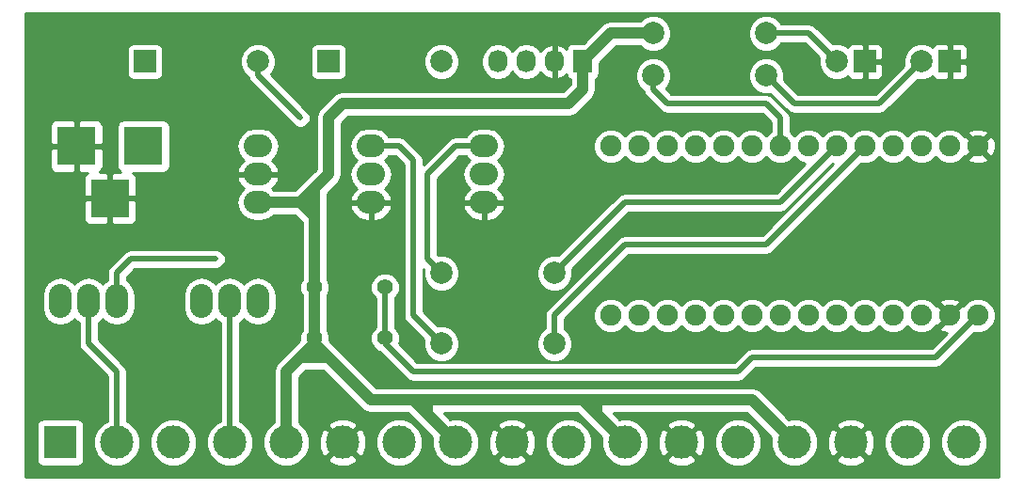
<source format=gbr>
G04 #@! TF.FileFunction,Copper,L2,Bot,Signal*
%FSLAX46Y46*%
G04 Gerber Fmt 4.6, Leading zero omitted, Abs format (unit mm)*
G04 Created by KiCad (PCBNEW 0.201509221857+6208~30~ubuntu14.04.1-product) date Fri 20 Nov 2015 04:08:02 PM CST*
%MOMM*%
G01*
G04 APERTURE LIST*
%ADD10C,0.100000*%
%ADD11C,1.397000*%
%ADD12O,2.032000X3.048000*%
%ADD13O,2.540000X2.032000*%
%ADD14C,1.900000*%
%ADD15C,1.998980*%
%ADD16R,2.999740X2.999740*%
%ADD17C,2.999740*%
%ADD18R,1.727200X2.032000*%
%ADD19O,1.727200X2.032000*%
%ADD20R,1.998980X1.998980*%
%ADD21R,2.000000X2.000000*%
%ADD22C,2.000000*%
%ADD23R,3.500120X3.500120*%
%ADD24C,0.508000*%
%ADD25C,0.508000*%
%ADD26C,1.016000*%
%ADD27C,0.254000*%
G04 APERTURE END LIST*
D10*
D11*
X139700000Y-111760000D03*
X133350000Y-111760000D03*
X139700000Y-116332000D03*
X133350000Y-116332000D03*
D12*
X123190000Y-113030000D03*
X125730000Y-113030000D03*
X128270000Y-113030000D03*
X110490000Y-113030000D03*
X113030000Y-113030000D03*
X115570000Y-113030000D03*
D13*
X128270000Y-101600000D03*
X128270000Y-104140000D03*
X128270000Y-99060000D03*
D14*
X190500000Y-99060000D03*
X187960000Y-99060000D03*
X185420000Y-99060000D03*
X182880000Y-99060000D03*
X180340000Y-99060000D03*
X177800000Y-99060000D03*
X175260000Y-99060000D03*
X172720000Y-99060000D03*
X170180000Y-99060000D03*
X167640000Y-99060000D03*
X165100000Y-99060000D03*
X162560000Y-99060000D03*
X160020000Y-99060000D03*
X160020000Y-114300000D03*
X162560000Y-114300000D03*
X165100000Y-114300000D03*
X167640000Y-114300000D03*
X170180000Y-114300000D03*
X172720000Y-114300000D03*
X175260000Y-114300000D03*
X177800000Y-114300000D03*
X180340000Y-114300000D03*
X182880000Y-114300000D03*
X185420000Y-114300000D03*
X187960000Y-114300000D03*
X190500000Y-114300000D03*
X193040000Y-114300000D03*
X193040000Y-99060000D03*
D15*
X144780000Y-110490000D03*
X154940000Y-110490000D03*
X173990000Y-92710000D03*
X163830000Y-92710000D03*
X173990000Y-88900000D03*
X163830000Y-88900000D03*
X144780000Y-116840000D03*
X154940000Y-116840000D03*
D16*
X110490000Y-125730000D03*
D17*
X115570000Y-125730000D03*
X120650000Y-125730000D03*
X125730000Y-125730000D03*
X130810000Y-125730000D03*
X135890000Y-125730000D03*
X140970000Y-125730000D03*
X146050000Y-125730000D03*
X151130000Y-125730000D03*
X156210000Y-125730000D03*
X161290000Y-125730000D03*
X166370000Y-125730000D03*
X171450000Y-125730000D03*
X176530000Y-125730000D03*
X181610000Y-125730000D03*
X186690000Y-125730000D03*
X191770000Y-125730000D03*
D18*
X157480000Y-91440000D03*
D19*
X154940000Y-91440000D03*
X152400000Y-91440000D03*
X149860000Y-91440000D03*
D15*
X144780000Y-91437460D03*
D20*
X134620000Y-91437460D03*
D21*
X190500000Y-91440000D03*
D22*
X187960000Y-91440000D03*
D21*
X182880000Y-91440000D03*
D22*
X180340000Y-91440000D03*
D15*
X128270000Y-91437460D03*
D20*
X118110000Y-91437460D03*
D23*
X117960140Y-99060000D03*
X111960660Y-99060000D03*
X114960400Y-103759000D03*
D13*
X138430000Y-101600000D03*
X138430000Y-104140000D03*
X138430000Y-99060000D03*
X148590000Y-101600000D03*
X148590000Y-104140000D03*
X148590000Y-99060000D03*
D24*
X128270000Y-116840000D03*
X123190000Y-107950000D03*
X132080000Y-99060000D03*
X124460000Y-109220000D03*
X132080000Y-96520000D03*
D25*
X115570000Y-113030000D02*
X115570000Y-110490000D01*
X116840000Y-109220000D02*
X124460000Y-109220000D01*
X115570000Y-110490000D02*
X116840000Y-109220000D01*
X128270000Y-92710000D02*
X132080000Y-96520000D01*
X128270000Y-91437460D02*
X128270000Y-92710000D01*
X173990000Y-88900000D02*
X177800000Y-88900000D01*
X177800000Y-88900000D02*
X180340000Y-91440000D01*
X173990000Y-92710000D02*
X176530000Y-95250000D01*
X184150000Y-95250000D02*
X187960000Y-91440000D01*
X176530000Y-95250000D02*
X184150000Y-95250000D01*
D26*
X132080000Y-118110000D02*
X134620000Y-118110000D01*
X133350000Y-116332000D02*
X133350000Y-116840000D01*
X133350000Y-116840000D02*
X132080000Y-118110000D01*
X132080000Y-118110000D02*
X130810000Y-119380000D01*
X130810000Y-119380000D02*
X130810000Y-125730000D01*
X133350000Y-116840000D02*
X134620000Y-118110000D01*
X134620000Y-118110000D02*
X138430000Y-121920000D01*
X138430000Y-121920000D02*
X142240000Y-121920000D01*
X133350000Y-111760000D02*
X133350000Y-116332000D01*
X133350000Y-111760000D02*
X133350000Y-105410000D01*
X133350000Y-105410000D02*
X133350000Y-102870000D01*
X158750000Y-123190000D02*
X158750000Y-121920000D01*
X143510000Y-123190000D02*
X143510000Y-121920000D01*
X157480000Y-121920000D02*
X158750000Y-121920000D01*
X158750000Y-121920000D02*
X172720000Y-121920000D01*
X172720000Y-121920000D02*
X173990000Y-123190000D01*
X173990000Y-123190000D02*
X176530000Y-125730000D01*
X142240000Y-121920000D02*
X143510000Y-121920000D01*
X143510000Y-121920000D02*
X157480000Y-121920000D01*
X157480000Y-121920000D02*
X158750000Y-123190000D01*
X158750000Y-123190000D02*
X161290000Y-125730000D01*
X132080000Y-104140000D02*
X133350000Y-105410000D01*
X142240000Y-121920000D02*
X143510000Y-123190000D01*
X143510000Y-123190000D02*
X146050000Y-125730000D01*
X128270000Y-104140000D02*
X132080000Y-104140000D01*
X157480000Y-93980000D02*
X157480000Y-91440000D01*
X133350000Y-102870000D02*
X134620000Y-101600000D01*
X134620000Y-101600000D02*
X134620000Y-96520000D01*
X134620000Y-96520000D02*
X135890000Y-95250000D01*
X135890000Y-95250000D02*
X156210000Y-95250000D01*
X156210000Y-95250000D02*
X157480000Y-93980000D01*
X132080000Y-104140000D02*
X133350000Y-102870000D01*
X163830000Y-88900000D02*
X160020000Y-88900000D01*
X160020000Y-88900000D02*
X157480000Y-91440000D01*
D25*
X115570000Y-125730000D02*
X115570000Y-119380000D01*
X113030000Y-116840000D02*
X113030000Y-113030000D01*
X115570000Y-119380000D02*
X113030000Y-116840000D01*
X125730000Y-125730000D02*
X125730000Y-113030000D01*
X138430000Y-99060000D02*
X140970000Y-99060000D01*
X142240000Y-114300000D02*
X144780000Y-116840000D01*
X142240000Y-100330000D02*
X142240000Y-114300000D01*
X140970000Y-99060000D02*
X142240000Y-100330000D01*
X148590000Y-99060000D02*
X146050000Y-99060000D01*
X143510000Y-109220000D02*
X144780000Y-110490000D01*
X143510000Y-101600000D02*
X143510000Y-109220000D01*
X146050000Y-99060000D02*
X143510000Y-101600000D01*
X154940000Y-116840000D02*
X154940000Y-114300000D01*
X173990000Y-107950000D02*
X182880000Y-99060000D01*
X161290000Y-107950000D02*
X173990000Y-107950000D01*
X154940000Y-114300000D02*
X161290000Y-107950000D01*
X163830000Y-92710000D02*
X163830000Y-93980000D01*
X175260000Y-96520000D02*
X175260000Y-99060000D01*
X173990000Y-95250000D02*
X175260000Y-96520000D01*
X165100000Y-95250000D02*
X173990000Y-95250000D01*
X163830000Y-93980000D02*
X165100000Y-95250000D01*
X154940000Y-110490000D02*
X161290000Y-104140000D01*
X175260000Y-104140000D02*
X180340000Y-99060000D01*
X161290000Y-104140000D02*
X175260000Y-104140000D01*
X139700000Y-116332000D02*
X139700000Y-116840000D01*
X139700000Y-116840000D02*
X142240000Y-119380000D01*
X189230000Y-118110000D02*
X193040000Y-114300000D01*
X172720000Y-118110000D02*
X189230000Y-118110000D01*
X171450000Y-119380000D02*
X172720000Y-118110000D01*
X142240000Y-119380000D02*
X171450000Y-119380000D01*
X139700000Y-111760000D02*
X139700000Y-116332000D01*
D27*
G36*
X194870000Y-128830000D02*
X107390000Y-128830000D01*
X107390000Y-124230130D01*
X108342690Y-124230130D01*
X108342690Y-127229870D01*
X108386968Y-127465187D01*
X108526040Y-127681311D01*
X108738240Y-127826301D01*
X108990130Y-127877310D01*
X111989870Y-127877310D01*
X112225187Y-127833032D01*
X112441311Y-127693960D01*
X112586301Y-127481760D01*
X112637310Y-127229870D01*
X112637310Y-124230130D01*
X112593032Y-123994813D01*
X112453960Y-123778689D01*
X112241760Y-123633699D01*
X111989870Y-123582690D01*
X108990130Y-123582690D01*
X108754813Y-123626968D01*
X108538689Y-123766040D01*
X108393699Y-123978240D01*
X108342690Y-124230130D01*
X107390000Y-124230130D01*
X107390000Y-112479703D01*
X108839000Y-112479703D01*
X108839000Y-113580297D01*
X108964675Y-114212107D01*
X109322567Y-114747730D01*
X109858190Y-115105622D01*
X110490000Y-115231297D01*
X111121810Y-115105622D01*
X111657433Y-114747730D01*
X111760000Y-114594228D01*
X111862567Y-114747730D01*
X112141000Y-114933773D01*
X112141000Y-116840000D01*
X112208671Y-117180206D01*
X112347511Y-117387994D01*
X112401382Y-117468618D01*
X114681000Y-119748236D01*
X114681000Y-123787395D01*
X114362273Y-123919090D01*
X113761200Y-124519114D01*
X113435501Y-125303485D01*
X113434760Y-126152789D01*
X113759090Y-126937727D01*
X114359114Y-127538800D01*
X115143485Y-127864499D01*
X115992789Y-127865240D01*
X116777727Y-127540910D01*
X117378800Y-126940886D01*
X117704499Y-126156515D01*
X117704502Y-126152789D01*
X118514760Y-126152789D01*
X118839090Y-126937727D01*
X119439114Y-127538800D01*
X120223485Y-127864499D01*
X121072789Y-127865240D01*
X121857727Y-127540910D01*
X122458800Y-126940886D01*
X122784499Y-126156515D01*
X122785240Y-125307211D01*
X122460910Y-124522273D01*
X121860886Y-123921200D01*
X121076515Y-123595501D01*
X120227211Y-123594760D01*
X119442273Y-123919090D01*
X118841200Y-124519114D01*
X118515501Y-125303485D01*
X118514760Y-126152789D01*
X117704502Y-126152789D01*
X117705240Y-125307211D01*
X117380910Y-124522273D01*
X116780886Y-123921200D01*
X116459000Y-123787541D01*
X116459000Y-119380000D01*
X116391329Y-119039794D01*
X116198618Y-118751382D01*
X113919000Y-116471764D01*
X113919000Y-114933773D01*
X114197433Y-114747730D01*
X114300000Y-114594228D01*
X114402567Y-114747730D01*
X114938190Y-115105622D01*
X115570000Y-115231297D01*
X116201810Y-115105622D01*
X116737433Y-114747730D01*
X117095325Y-114212107D01*
X117221000Y-113580297D01*
X117221000Y-112479703D01*
X121539000Y-112479703D01*
X121539000Y-113580297D01*
X121664675Y-114212107D01*
X122022567Y-114747730D01*
X122558190Y-115105622D01*
X123190000Y-115231297D01*
X123821810Y-115105622D01*
X124357433Y-114747730D01*
X124460000Y-114594228D01*
X124562567Y-114747730D01*
X124841000Y-114933773D01*
X124841000Y-123787395D01*
X124522273Y-123919090D01*
X123921200Y-124519114D01*
X123595501Y-125303485D01*
X123594760Y-126152789D01*
X123919090Y-126937727D01*
X124519114Y-127538800D01*
X125303485Y-127864499D01*
X126152789Y-127865240D01*
X126937727Y-127540910D01*
X127538800Y-126940886D01*
X127864499Y-126156515D01*
X127865240Y-125307211D01*
X127540910Y-124522273D01*
X126940886Y-123921200D01*
X126619000Y-123787541D01*
X126619000Y-114933773D01*
X126897433Y-114747730D01*
X127000000Y-114594228D01*
X127102567Y-114747730D01*
X127638190Y-115105622D01*
X128270000Y-115231297D01*
X128901810Y-115105622D01*
X129437433Y-114747730D01*
X129795325Y-114212107D01*
X129921000Y-113580297D01*
X129921000Y-112479703D01*
X129795325Y-111847893D01*
X129437433Y-111312270D01*
X128901810Y-110954378D01*
X128270000Y-110828703D01*
X127638190Y-110954378D01*
X127102567Y-111312270D01*
X127000000Y-111465772D01*
X126897433Y-111312270D01*
X126361810Y-110954378D01*
X125730000Y-110828703D01*
X125098190Y-110954378D01*
X124562567Y-111312270D01*
X124460000Y-111465772D01*
X124357433Y-111312270D01*
X123821810Y-110954378D01*
X123190000Y-110828703D01*
X122558190Y-110954378D01*
X122022567Y-111312270D01*
X121664675Y-111847893D01*
X121539000Y-112479703D01*
X117221000Y-112479703D01*
X117095325Y-111847893D01*
X116737433Y-111312270D01*
X116459000Y-111126227D01*
X116459000Y-110858236D01*
X117208236Y-110109000D01*
X124459224Y-110109000D01*
X124636057Y-110109154D01*
X124962920Y-109974097D01*
X125213218Y-109724236D01*
X125348846Y-109397609D01*
X125349154Y-109043943D01*
X125214097Y-108717080D01*
X124964236Y-108466782D01*
X124637609Y-108331154D01*
X124283943Y-108330846D01*
X124283570Y-108331000D01*
X116840000Y-108331000D01*
X116499794Y-108398671D01*
X116397859Y-108466782D01*
X116211382Y-108591382D01*
X114941382Y-109861382D01*
X114748671Y-110149794D01*
X114681000Y-110490000D01*
X114681000Y-111126227D01*
X114402567Y-111312270D01*
X114300000Y-111465772D01*
X114197433Y-111312270D01*
X113661810Y-110954378D01*
X113030000Y-110828703D01*
X112398190Y-110954378D01*
X111862567Y-111312270D01*
X111760000Y-111465772D01*
X111657433Y-111312270D01*
X111121810Y-110954378D01*
X110490000Y-110828703D01*
X109858190Y-110954378D01*
X109322567Y-111312270D01*
X108964675Y-111847893D01*
X108839000Y-112479703D01*
X107390000Y-112479703D01*
X107390000Y-104044750D01*
X112575340Y-104044750D01*
X112575340Y-105635370D01*
X112672013Y-105868759D01*
X112850642Y-106047387D01*
X113084031Y-106144060D01*
X114674650Y-106144060D01*
X114833400Y-105985310D01*
X114833400Y-103886000D01*
X115087400Y-103886000D01*
X115087400Y-105985310D01*
X115246150Y-106144060D01*
X116836769Y-106144060D01*
X117070158Y-106047387D01*
X117248787Y-105868759D01*
X117345460Y-105635370D01*
X117345460Y-104140000D01*
X126327679Y-104140000D01*
X126453354Y-104771810D01*
X126811246Y-105307433D01*
X127346869Y-105665325D01*
X127978679Y-105791000D01*
X128561321Y-105791000D01*
X129193131Y-105665325D01*
X129728754Y-105307433D01*
X129745080Y-105283000D01*
X131606554Y-105283000D01*
X132207000Y-105883446D01*
X132207000Y-111035371D01*
X132016732Y-111493587D01*
X132016269Y-112024086D01*
X132207000Y-112485691D01*
X132207000Y-115607371D01*
X132016732Y-116065587D01*
X132016303Y-116557251D01*
X130001777Y-118571777D01*
X129754006Y-118942593D01*
X129667000Y-119380000D01*
X129667000Y-123892345D01*
X129602273Y-123919090D01*
X129001200Y-124519114D01*
X128675501Y-125303485D01*
X128674760Y-126152789D01*
X128999090Y-126937727D01*
X129599114Y-127538800D01*
X130383485Y-127864499D01*
X131232789Y-127865240D01*
X132017727Y-127540910D01*
X132315279Y-127243877D01*
X134555728Y-127243877D01*
X134715495Y-127562632D01*
X135506217Y-127872595D01*
X136355366Y-127856367D01*
X137064505Y-127562632D01*
X137224272Y-127243877D01*
X135890000Y-125909605D01*
X134555728Y-127243877D01*
X132315279Y-127243877D01*
X132618800Y-126940886D01*
X132944499Y-126156515D01*
X132945205Y-125346217D01*
X133747405Y-125346217D01*
X133763633Y-126195366D01*
X134057368Y-126904505D01*
X134376123Y-127064272D01*
X135710395Y-125730000D01*
X136069605Y-125730000D01*
X137403877Y-127064272D01*
X137722632Y-126904505D01*
X138017304Y-126152789D01*
X138834760Y-126152789D01*
X139159090Y-126937727D01*
X139759114Y-127538800D01*
X140543485Y-127864499D01*
X141392789Y-127865240D01*
X142177727Y-127540910D01*
X142778800Y-126940886D01*
X143104499Y-126156515D01*
X143105240Y-125307211D01*
X142780910Y-124522273D01*
X142180886Y-123921200D01*
X141396515Y-123595501D01*
X140547211Y-123594760D01*
X139762273Y-123919090D01*
X139161200Y-124519114D01*
X138835501Y-125303485D01*
X138834760Y-126152789D01*
X138017304Y-126152789D01*
X138032595Y-126113783D01*
X138016367Y-125264634D01*
X137722632Y-124555495D01*
X137403877Y-124395728D01*
X136069605Y-125730000D01*
X135710395Y-125730000D01*
X134376123Y-124395728D01*
X134057368Y-124555495D01*
X133747405Y-125346217D01*
X132945205Y-125346217D01*
X132945240Y-125307211D01*
X132620910Y-124522273D01*
X132315295Y-124216123D01*
X134555728Y-124216123D01*
X135890000Y-125550395D01*
X137224272Y-124216123D01*
X137064505Y-123897368D01*
X136273783Y-123587405D01*
X135424634Y-123603633D01*
X134715495Y-123897368D01*
X134555728Y-124216123D01*
X132315295Y-124216123D01*
X132020886Y-123921200D01*
X131953000Y-123893011D01*
X131953000Y-119853446D01*
X132553446Y-119253000D01*
X134146554Y-119253000D01*
X137621777Y-122728223D01*
X137992593Y-122975994D01*
X138430000Y-123063000D01*
X141766554Y-123063000D01*
X143942359Y-125238805D01*
X143915501Y-125303485D01*
X143914760Y-126152789D01*
X144239090Y-126937727D01*
X144839114Y-127538800D01*
X145623485Y-127864499D01*
X146472789Y-127865240D01*
X147257727Y-127540910D01*
X147555279Y-127243877D01*
X149795728Y-127243877D01*
X149955495Y-127562632D01*
X150746217Y-127872595D01*
X151595366Y-127856367D01*
X152304505Y-127562632D01*
X152464272Y-127243877D01*
X151130000Y-125909605D01*
X149795728Y-127243877D01*
X147555279Y-127243877D01*
X147858800Y-126940886D01*
X148184499Y-126156515D01*
X148185205Y-125346217D01*
X148987405Y-125346217D01*
X149003633Y-126195366D01*
X149297368Y-126904505D01*
X149616123Y-127064272D01*
X150950395Y-125730000D01*
X151309605Y-125730000D01*
X152643877Y-127064272D01*
X152962632Y-126904505D01*
X153257304Y-126152789D01*
X154074760Y-126152789D01*
X154399090Y-126937727D01*
X154999114Y-127538800D01*
X155783485Y-127864499D01*
X156632789Y-127865240D01*
X157417727Y-127540910D01*
X158018800Y-126940886D01*
X158344499Y-126156515D01*
X158345240Y-125307211D01*
X158020910Y-124522273D01*
X157420886Y-123921200D01*
X156636515Y-123595501D01*
X155787211Y-123594760D01*
X155002273Y-123919090D01*
X154401200Y-124519114D01*
X154075501Y-125303485D01*
X154074760Y-126152789D01*
X153257304Y-126152789D01*
X153272595Y-126113783D01*
X153256367Y-125264634D01*
X152962632Y-124555495D01*
X152643877Y-124395728D01*
X151309605Y-125730000D01*
X150950395Y-125730000D01*
X149616123Y-124395728D01*
X149297368Y-124555495D01*
X148987405Y-125346217D01*
X148185205Y-125346217D01*
X148185240Y-125307211D01*
X147860910Y-124522273D01*
X147555295Y-124216123D01*
X149795728Y-124216123D01*
X151130000Y-125550395D01*
X152464272Y-124216123D01*
X152304505Y-123897368D01*
X151513783Y-123587405D01*
X150664634Y-123603633D01*
X149955495Y-123897368D01*
X149795728Y-124216123D01*
X147555295Y-124216123D01*
X147260886Y-123921200D01*
X146476515Y-123595501D01*
X145627211Y-123594760D01*
X145559276Y-123622830D01*
X144999446Y-123063000D01*
X157006554Y-123063000D01*
X159182359Y-125238805D01*
X159155501Y-125303485D01*
X159154760Y-126152789D01*
X159479090Y-126937727D01*
X160079114Y-127538800D01*
X160863485Y-127864499D01*
X161712789Y-127865240D01*
X162497727Y-127540910D01*
X162795279Y-127243877D01*
X165035728Y-127243877D01*
X165195495Y-127562632D01*
X165986217Y-127872595D01*
X166835366Y-127856367D01*
X167544505Y-127562632D01*
X167704272Y-127243877D01*
X166370000Y-125909605D01*
X165035728Y-127243877D01*
X162795279Y-127243877D01*
X163098800Y-126940886D01*
X163424499Y-126156515D01*
X163425205Y-125346217D01*
X164227405Y-125346217D01*
X164243633Y-126195366D01*
X164537368Y-126904505D01*
X164856123Y-127064272D01*
X166190395Y-125730000D01*
X166549605Y-125730000D01*
X167883877Y-127064272D01*
X168202632Y-126904505D01*
X168497304Y-126152789D01*
X169314760Y-126152789D01*
X169639090Y-126937727D01*
X170239114Y-127538800D01*
X171023485Y-127864499D01*
X171872789Y-127865240D01*
X172657727Y-127540910D01*
X173258800Y-126940886D01*
X173584499Y-126156515D01*
X173585240Y-125307211D01*
X173260910Y-124522273D01*
X172660886Y-123921200D01*
X171876515Y-123595501D01*
X171027211Y-123594760D01*
X170242273Y-123919090D01*
X169641200Y-124519114D01*
X169315501Y-125303485D01*
X169314760Y-126152789D01*
X168497304Y-126152789D01*
X168512595Y-126113783D01*
X168496367Y-125264634D01*
X168202632Y-124555495D01*
X167883877Y-124395728D01*
X166549605Y-125730000D01*
X166190395Y-125730000D01*
X164856123Y-124395728D01*
X164537368Y-124555495D01*
X164227405Y-125346217D01*
X163425205Y-125346217D01*
X163425240Y-125307211D01*
X163100910Y-124522273D01*
X162795295Y-124216123D01*
X165035728Y-124216123D01*
X166370000Y-125550395D01*
X167704272Y-124216123D01*
X167544505Y-123897368D01*
X166753783Y-123587405D01*
X165904634Y-123603633D01*
X165195495Y-123897368D01*
X165035728Y-124216123D01*
X162795295Y-124216123D01*
X162500886Y-123921200D01*
X161716515Y-123595501D01*
X160867211Y-123594760D01*
X160799276Y-123622830D01*
X160239446Y-123063000D01*
X172246554Y-123063000D01*
X174422359Y-125238805D01*
X174395501Y-125303485D01*
X174394760Y-126152789D01*
X174719090Y-126937727D01*
X175319114Y-127538800D01*
X176103485Y-127864499D01*
X176952789Y-127865240D01*
X177737727Y-127540910D01*
X178035279Y-127243877D01*
X180275728Y-127243877D01*
X180435495Y-127562632D01*
X181226217Y-127872595D01*
X182075366Y-127856367D01*
X182784505Y-127562632D01*
X182944272Y-127243877D01*
X181610000Y-125909605D01*
X180275728Y-127243877D01*
X178035279Y-127243877D01*
X178338800Y-126940886D01*
X178664499Y-126156515D01*
X178665205Y-125346217D01*
X179467405Y-125346217D01*
X179483633Y-126195366D01*
X179777368Y-126904505D01*
X180096123Y-127064272D01*
X181430395Y-125730000D01*
X181789605Y-125730000D01*
X183123877Y-127064272D01*
X183442632Y-126904505D01*
X183737304Y-126152789D01*
X184554760Y-126152789D01*
X184879090Y-126937727D01*
X185479114Y-127538800D01*
X186263485Y-127864499D01*
X187112789Y-127865240D01*
X187897727Y-127540910D01*
X188498800Y-126940886D01*
X188824499Y-126156515D01*
X188824502Y-126152789D01*
X189634760Y-126152789D01*
X189959090Y-126937727D01*
X190559114Y-127538800D01*
X191343485Y-127864499D01*
X192192789Y-127865240D01*
X192977727Y-127540910D01*
X193578800Y-126940886D01*
X193904499Y-126156515D01*
X193905240Y-125307211D01*
X193580910Y-124522273D01*
X192980886Y-123921200D01*
X192196515Y-123595501D01*
X191347211Y-123594760D01*
X190562273Y-123919090D01*
X189961200Y-124519114D01*
X189635501Y-125303485D01*
X189634760Y-126152789D01*
X188824502Y-126152789D01*
X188825240Y-125307211D01*
X188500910Y-124522273D01*
X187900886Y-123921200D01*
X187116515Y-123595501D01*
X186267211Y-123594760D01*
X185482273Y-123919090D01*
X184881200Y-124519114D01*
X184555501Y-125303485D01*
X184554760Y-126152789D01*
X183737304Y-126152789D01*
X183752595Y-126113783D01*
X183736367Y-125264634D01*
X183442632Y-124555495D01*
X183123877Y-124395728D01*
X181789605Y-125730000D01*
X181430395Y-125730000D01*
X180096123Y-124395728D01*
X179777368Y-124555495D01*
X179467405Y-125346217D01*
X178665205Y-125346217D01*
X178665240Y-125307211D01*
X178340910Y-124522273D01*
X178035295Y-124216123D01*
X180275728Y-124216123D01*
X181610000Y-125550395D01*
X182944272Y-124216123D01*
X182784505Y-123897368D01*
X181993783Y-123587405D01*
X181144634Y-123603633D01*
X180435495Y-123897368D01*
X180275728Y-124216123D01*
X178035295Y-124216123D01*
X177740886Y-123921200D01*
X176956515Y-123595501D01*
X176107211Y-123594760D01*
X176039276Y-123622830D01*
X173528223Y-121111777D01*
X173157407Y-120864006D01*
X172720000Y-120777000D01*
X138903446Y-120777000D01*
X134683304Y-116556858D01*
X134683731Y-116067914D01*
X134493000Y-115606309D01*
X134493000Y-112484629D01*
X134683268Y-112026413D01*
X134683270Y-112024086D01*
X138366269Y-112024086D01*
X138568854Y-112514380D01*
X138811000Y-112756949D01*
X138811000Y-115335240D01*
X138570173Y-115575647D01*
X138366732Y-116065587D01*
X138366269Y-116596086D01*
X138568854Y-117086380D01*
X138943647Y-117461827D01*
X139150473Y-117547709D01*
X141611382Y-120008618D01*
X141899794Y-120201329D01*
X142240000Y-120269000D01*
X171450000Y-120269000D01*
X171790206Y-120201329D01*
X172078618Y-120008618D01*
X173088236Y-118999000D01*
X189230000Y-118999000D01*
X189570206Y-118931329D01*
X189858618Y-118738618D01*
X192715689Y-115881547D01*
X192723341Y-115884724D01*
X193353893Y-115885275D01*
X193936657Y-115644481D01*
X194382914Y-115199003D01*
X194624724Y-114616659D01*
X194625275Y-113986107D01*
X194384481Y-113403343D01*
X193939003Y-112957086D01*
X193356659Y-112715276D01*
X192726107Y-112714725D01*
X192143343Y-112955519D01*
X191703884Y-113394211D01*
X191616350Y-113363255D01*
X190679605Y-114300000D01*
X190693748Y-114314143D01*
X190514143Y-114493748D01*
X190500000Y-114479605D01*
X189563255Y-115416350D01*
X189655792Y-115678019D01*
X190202963Y-115879801D01*
X188861764Y-117221000D01*
X172720000Y-117221000D01*
X172379794Y-117288671D01*
X172360180Y-117301777D01*
X172091382Y-117481382D01*
X171081764Y-118491000D01*
X142608236Y-118491000D01*
X140940077Y-116822841D01*
X141033268Y-116598413D01*
X141033731Y-116067914D01*
X140831146Y-115577620D01*
X140589000Y-115335051D01*
X140589000Y-112756760D01*
X140829827Y-112516353D01*
X141033268Y-112026413D01*
X141033731Y-111495914D01*
X140831146Y-111005620D01*
X140456353Y-110630173D01*
X139966413Y-110426732D01*
X139435914Y-110426269D01*
X138945620Y-110628854D01*
X138570173Y-111003647D01*
X138366732Y-111493587D01*
X138366269Y-112024086D01*
X134683270Y-112024086D01*
X134683731Y-111495914D01*
X134493000Y-111034309D01*
X134493000Y-104522944D01*
X136570025Y-104522944D01*
X136602074Y-104654477D01*
X136918764Y-105217630D01*
X137426857Y-105616724D01*
X138049000Y-105791000D01*
X138303000Y-105791000D01*
X138303000Y-104267000D01*
X138557000Y-104267000D01*
X138557000Y-105791000D01*
X138811000Y-105791000D01*
X139433143Y-105616724D01*
X139941236Y-105217630D01*
X140257926Y-104654477D01*
X140289975Y-104522944D01*
X140170836Y-104267000D01*
X138557000Y-104267000D01*
X138303000Y-104267000D01*
X136689164Y-104267000D01*
X136570025Y-104522944D01*
X134493000Y-104522944D01*
X134493000Y-103343446D01*
X135428223Y-102408223D01*
X135675994Y-102037407D01*
X135763000Y-101600000D01*
X135763000Y-99060000D01*
X136487679Y-99060000D01*
X136613354Y-99691810D01*
X136971246Y-100227433D01*
X137124748Y-100330000D01*
X136971246Y-100432567D01*
X136613354Y-100968190D01*
X136487679Y-101600000D01*
X136613354Y-102231810D01*
X136971246Y-102767433D01*
X137145781Y-102884054D01*
X136918764Y-103062370D01*
X136602074Y-103625523D01*
X136570025Y-103757056D01*
X136689164Y-104013000D01*
X138303000Y-104013000D01*
X138303000Y-103993000D01*
X138557000Y-103993000D01*
X138557000Y-104013000D01*
X140170836Y-104013000D01*
X140289975Y-103757056D01*
X140257926Y-103625523D01*
X139941236Y-103062370D01*
X139714219Y-102884054D01*
X139888754Y-102767433D01*
X140246646Y-102231810D01*
X140372321Y-101600000D01*
X140246646Y-100968190D01*
X139888754Y-100432567D01*
X139735252Y-100330000D01*
X139888754Y-100227433D01*
X140074797Y-99949000D01*
X140601764Y-99949000D01*
X141351000Y-100698236D01*
X141351000Y-114300000D01*
X141418671Y-114640206D01*
X141611382Y-114928618D01*
X143160588Y-116477824D01*
X143145794Y-116513453D01*
X143145226Y-117163694D01*
X143393538Y-117764655D01*
X143852927Y-118224846D01*
X144453453Y-118474206D01*
X145103694Y-118474774D01*
X145704655Y-118226462D01*
X146164846Y-117767073D01*
X146414206Y-117166547D01*
X146414774Y-116516306D01*
X146166462Y-115915345D01*
X145707073Y-115455154D01*
X145106547Y-115205794D01*
X144456306Y-115205226D01*
X144418205Y-115220969D01*
X143129000Y-113931764D01*
X143129000Y-110096236D01*
X143160588Y-110127824D01*
X143145794Y-110163453D01*
X143145226Y-110813694D01*
X143393538Y-111414655D01*
X143852927Y-111874846D01*
X144453453Y-112124206D01*
X145103694Y-112124774D01*
X145704655Y-111876462D01*
X146164846Y-111417073D01*
X146414206Y-110816547D01*
X146414208Y-110813694D01*
X153305226Y-110813694D01*
X153553538Y-111414655D01*
X154012927Y-111874846D01*
X154613453Y-112124206D01*
X155263694Y-112124774D01*
X155864655Y-111876462D01*
X156324846Y-111417073D01*
X156574206Y-110816547D01*
X156574774Y-110166306D01*
X156559031Y-110128205D01*
X161658236Y-105029000D01*
X175260000Y-105029000D01*
X175600206Y-104961329D01*
X175888618Y-104768618D01*
X180015689Y-100641547D01*
X180023341Y-100644724D01*
X180038027Y-100644737D01*
X173621764Y-107061000D01*
X161290000Y-107061000D01*
X160949794Y-107128671D01*
X160661382Y-107321382D01*
X154311382Y-113671382D01*
X154118671Y-113959794D01*
X154051000Y-114300000D01*
X154051000Y-115438806D01*
X154015345Y-115453538D01*
X153555154Y-115912927D01*
X153305794Y-116513453D01*
X153305226Y-117163694D01*
X153553538Y-117764655D01*
X154012927Y-118224846D01*
X154613453Y-118474206D01*
X155263694Y-118474774D01*
X155864655Y-118226462D01*
X156324846Y-117767073D01*
X156574206Y-117166547D01*
X156574774Y-116516306D01*
X156326462Y-115915345D01*
X155867073Y-115455154D01*
X155829000Y-115439345D01*
X155829000Y-114668236D01*
X155883343Y-114613893D01*
X158434725Y-114613893D01*
X158675519Y-115196657D01*
X159120997Y-115642914D01*
X159703341Y-115884724D01*
X160333893Y-115885275D01*
X160916657Y-115644481D01*
X161290261Y-115271529D01*
X161660997Y-115642914D01*
X162243341Y-115884724D01*
X162873893Y-115885275D01*
X163456657Y-115644481D01*
X163830261Y-115271529D01*
X164200997Y-115642914D01*
X164783341Y-115884724D01*
X165413893Y-115885275D01*
X165996657Y-115644481D01*
X166370261Y-115271529D01*
X166740997Y-115642914D01*
X167323341Y-115884724D01*
X167953893Y-115885275D01*
X168536657Y-115644481D01*
X168910261Y-115271529D01*
X169280997Y-115642914D01*
X169863341Y-115884724D01*
X170493893Y-115885275D01*
X171076657Y-115644481D01*
X171450261Y-115271529D01*
X171820997Y-115642914D01*
X172403341Y-115884724D01*
X173033893Y-115885275D01*
X173616657Y-115644481D01*
X173990261Y-115271529D01*
X174360997Y-115642914D01*
X174943341Y-115884724D01*
X175573893Y-115885275D01*
X176156657Y-115644481D01*
X176530261Y-115271529D01*
X176900997Y-115642914D01*
X177483341Y-115884724D01*
X178113893Y-115885275D01*
X178696657Y-115644481D01*
X179070261Y-115271529D01*
X179440997Y-115642914D01*
X180023341Y-115884724D01*
X180653893Y-115885275D01*
X181236657Y-115644481D01*
X181610261Y-115271529D01*
X181980997Y-115642914D01*
X182563341Y-115884724D01*
X183193893Y-115885275D01*
X183776657Y-115644481D01*
X184150261Y-115271529D01*
X184520997Y-115642914D01*
X185103341Y-115884724D01*
X185733893Y-115885275D01*
X186316657Y-115644481D01*
X186690261Y-115271529D01*
X187060997Y-115642914D01*
X187643341Y-115884724D01*
X188273893Y-115885275D01*
X188856657Y-115644481D01*
X189296116Y-115205789D01*
X189383650Y-115236745D01*
X190320395Y-114300000D01*
X189383650Y-113363255D01*
X189295561Y-113394407D01*
X189085172Y-113183650D01*
X189563255Y-113183650D01*
X190500000Y-114120395D01*
X191436745Y-113183650D01*
X191344208Y-112921981D01*
X190752602Y-112703812D01*
X190122539Y-112728648D01*
X189655792Y-112921981D01*
X189563255Y-113183650D01*
X189085172Y-113183650D01*
X188859003Y-112957086D01*
X188276659Y-112715276D01*
X187646107Y-112714725D01*
X187063343Y-112955519D01*
X186689739Y-113328471D01*
X186319003Y-112957086D01*
X185736659Y-112715276D01*
X185106107Y-112714725D01*
X184523343Y-112955519D01*
X184149739Y-113328471D01*
X183779003Y-112957086D01*
X183196659Y-112715276D01*
X182566107Y-112714725D01*
X181983343Y-112955519D01*
X181609739Y-113328471D01*
X181239003Y-112957086D01*
X180656659Y-112715276D01*
X180026107Y-112714725D01*
X179443343Y-112955519D01*
X179069739Y-113328471D01*
X178699003Y-112957086D01*
X178116659Y-112715276D01*
X177486107Y-112714725D01*
X176903343Y-112955519D01*
X176529739Y-113328471D01*
X176159003Y-112957086D01*
X175576659Y-112715276D01*
X174946107Y-112714725D01*
X174363343Y-112955519D01*
X173989739Y-113328471D01*
X173619003Y-112957086D01*
X173036659Y-112715276D01*
X172406107Y-112714725D01*
X171823343Y-112955519D01*
X171449739Y-113328471D01*
X171079003Y-112957086D01*
X170496659Y-112715276D01*
X169866107Y-112714725D01*
X169283343Y-112955519D01*
X168909739Y-113328471D01*
X168539003Y-112957086D01*
X167956659Y-112715276D01*
X167326107Y-112714725D01*
X166743343Y-112955519D01*
X166369739Y-113328471D01*
X165999003Y-112957086D01*
X165416659Y-112715276D01*
X164786107Y-112714725D01*
X164203343Y-112955519D01*
X163829739Y-113328471D01*
X163459003Y-112957086D01*
X162876659Y-112715276D01*
X162246107Y-112714725D01*
X161663343Y-112955519D01*
X161289739Y-113328471D01*
X160919003Y-112957086D01*
X160336659Y-112715276D01*
X159706107Y-112714725D01*
X159123343Y-112955519D01*
X158677086Y-113400997D01*
X158435276Y-113983341D01*
X158434725Y-114613893D01*
X155883343Y-114613893D01*
X161658236Y-108839000D01*
X173990000Y-108839000D01*
X174330206Y-108771329D01*
X174618618Y-108578618D01*
X182555689Y-100641547D01*
X182563341Y-100644724D01*
X183193893Y-100645275D01*
X183776657Y-100404481D01*
X184150261Y-100031529D01*
X184520997Y-100402914D01*
X185103341Y-100644724D01*
X185733893Y-100645275D01*
X186316657Y-100404481D01*
X186690261Y-100031529D01*
X187060997Y-100402914D01*
X187643341Y-100644724D01*
X188273893Y-100645275D01*
X188856657Y-100404481D01*
X189230261Y-100031529D01*
X189600997Y-100402914D01*
X190183341Y-100644724D01*
X190813893Y-100645275D01*
X191396657Y-100404481D01*
X191625186Y-100176350D01*
X192103255Y-100176350D01*
X192195792Y-100438019D01*
X192787398Y-100656188D01*
X193417461Y-100631352D01*
X193884208Y-100438019D01*
X193976745Y-100176350D01*
X193040000Y-99239605D01*
X192103255Y-100176350D01*
X191625186Y-100176350D01*
X191836116Y-99965789D01*
X191923650Y-99996745D01*
X192860395Y-99060000D01*
X193219605Y-99060000D01*
X194156350Y-99996745D01*
X194418019Y-99904208D01*
X194636188Y-99312602D01*
X194611352Y-98682539D01*
X194418019Y-98215792D01*
X194156350Y-98123255D01*
X193219605Y-99060000D01*
X192860395Y-99060000D01*
X191923650Y-98123255D01*
X191835561Y-98154407D01*
X191625172Y-97943650D01*
X192103255Y-97943650D01*
X193040000Y-98880395D01*
X193976745Y-97943650D01*
X193884208Y-97681981D01*
X193292602Y-97463812D01*
X192662539Y-97488648D01*
X192195792Y-97681981D01*
X192103255Y-97943650D01*
X191625172Y-97943650D01*
X191399003Y-97717086D01*
X190816659Y-97475276D01*
X190186107Y-97474725D01*
X189603343Y-97715519D01*
X189229739Y-98088471D01*
X188859003Y-97717086D01*
X188276659Y-97475276D01*
X187646107Y-97474725D01*
X187063343Y-97715519D01*
X186689739Y-98088471D01*
X186319003Y-97717086D01*
X185736659Y-97475276D01*
X185106107Y-97474725D01*
X184523343Y-97715519D01*
X184149739Y-98088471D01*
X183779003Y-97717086D01*
X183196659Y-97475276D01*
X182566107Y-97474725D01*
X181983343Y-97715519D01*
X181609739Y-98088471D01*
X181239003Y-97717086D01*
X180656659Y-97475276D01*
X180026107Y-97474725D01*
X179443343Y-97715519D01*
X179069739Y-98088471D01*
X178699003Y-97717086D01*
X178116659Y-97475276D01*
X177486107Y-97474725D01*
X176903343Y-97715519D01*
X176529739Y-98088471D01*
X176159003Y-97717086D01*
X176149000Y-97712932D01*
X176149000Y-96520000D01*
X176081329Y-96179794D01*
X175888618Y-95891382D01*
X174618618Y-94621382D01*
X174349820Y-94441777D01*
X174330206Y-94428671D01*
X173990000Y-94361000D01*
X165468236Y-94361000D01*
X164979372Y-93872136D01*
X165214846Y-93637073D01*
X165464206Y-93036547D01*
X165464208Y-93033694D01*
X172355226Y-93033694D01*
X172603538Y-93634655D01*
X173062927Y-94094846D01*
X173663453Y-94344206D01*
X174313694Y-94344774D01*
X174351795Y-94329031D01*
X175901382Y-95878618D01*
X176189794Y-96071329D01*
X176530000Y-96139000D01*
X184150000Y-96139000D01*
X184490206Y-96071329D01*
X184778618Y-95878618D01*
X187597434Y-93059802D01*
X187633352Y-93074716D01*
X188283795Y-93075284D01*
X188884943Y-92826894D01*
X188947197Y-92764749D01*
X188961673Y-92799698D01*
X189140301Y-92978327D01*
X189373690Y-93075000D01*
X190214250Y-93075000D01*
X190373000Y-92916250D01*
X190373000Y-91567000D01*
X190627000Y-91567000D01*
X190627000Y-92916250D01*
X190785750Y-93075000D01*
X191626310Y-93075000D01*
X191859699Y-92978327D01*
X192038327Y-92799698D01*
X192135000Y-92566309D01*
X192135000Y-91725750D01*
X191976250Y-91567000D01*
X190627000Y-91567000D01*
X190373000Y-91567000D01*
X190353000Y-91567000D01*
X190353000Y-91313000D01*
X190373000Y-91313000D01*
X190373000Y-89963750D01*
X190627000Y-89963750D01*
X190627000Y-91313000D01*
X191976250Y-91313000D01*
X192135000Y-91154250D01*
X192135000Y-90313691D01*
X192038327Y-90080302D01*
X191859699Y-89901673D01*
X191626310Y-89805000D01*
X190785750Y-89805000D01*
X190627000Y-89963750D01*
X190373000Y-89963750D01*
X190214250Y-89805000D01*
X189373690Y-89805000D01*
X189140301Y-89901673D01*
X188961673Y-90080302D01*
X188947370Y-90114834D01*
X188887363Y-90054722D01*
X188286648Y-89805284D01*
X187636205Y-89804716D01*
X187035057Y-90053106D01*
X186574722Y-90512637D01*
X186325284Y-91113352D01*
X186324716Y-91763795D01*
X186340579Y-91802185D01*
X183781764Y-94361000D01*
X176898236Y-94361000D01*
X175609412Y-93072176D01*
X175624206Y-93036547D01*
X175624774Y-92386306D01*
X175376462Y-91785345D01*
X174917073Y-91325154D01*
X174316547Y-91075794D01*
X173666306Y-91075226D01*
X173065345Y-91323538D01*
X172605154Y-91782927D01*
X172355794Y-92383453D01*
X172355226Y-93033694D01*
X165464208Y-93033694D01*
X165464774Y-92386306D01*
X165216462Y-91785345D01*
X164757073Y-91325154D01*
X164156547Y-91075794D01*
X163506306Y-91075226D01*
X162905345Y-91323538D01*
X162445154Y-91782927D01*
X162195794Y-92383453D01*
X162195226Y-93033694D01*
X162443538Y-93634655D01*
X162902927Y-94094846D01*
X162969329Y-94122418D01*
X163008671Y-94320206D01*
X163201382Y-94608618D01*
X164471382Y-95878618D01*
X164759794Y-96071329D01*
X165100000Y-96139000D01*
X173621764Y-96139000D01*
X174371000Y-96888236D01*
X174371000Y-97712355D01*
X174363343Y-97715519D01*
X173989739Y-98088471D01*
X173619003Y-97717086D01*
X173036659Y-97475276D01*
X172406107Y-97474725D01*
X171823343Y-97715519D01*
X171449739Y-98088471D01*
X171079003Y-97717086D01*
X170496659Y-97475276D01*
X169866107Y-97474725D01*
X169283343Y-97715519D01*
X168909739Y-98088471D01*
X168539003Y-97717086D01*
X167956659Y-97475276D01*
X167326107Y-97474725D01*
X166743343Y-97715519D01*
X166369739Y-98088471D01*
X165999003Y-97717086D01*
X165416659Y-97475276D01*
X164786107Y-97474725D01*
X164203343Y-97715519D01*
X163829739Y-98088471D01*
X163459003Y-97717086D01*
X162876659Y-97475276D01*
X162246107Y-97474725D01*
X161663343Y-97715519D01*
X161289739Y-98088471D01*
X160919003Y-97717086D01*
X160336659Y-97475276D01*
X159706107Y-97474725D01*
X159123343Y-97715519D01*
X158677086Y-98160997D01*
X158435276Y-98743341D01*
X158434725Y-99373893D01*
X158675519Y-99956657D01*
X159120997Y-100402914D01*
X159703341Y-100644724D01*
X160333893Y-100645275D01*
X160916657Y-100404481D01*
X161290261Y-100031529D01*
X161660997Y-100402914D01*
X162243341Y-100644724D01*
X162873893Y-100645275D01*
X163456657Y-100404481D01*
X163830261Y-100031529D01*
X164200997Y-100402914D01*
X164783341Y-100644724D01*
X165413893Y-100645275D01*
X165996657Y-100404481D01*
X166370261Y-100031529D01*
X166740997Y-100402914D01*
X167323341Y-100644724D01*
X167953893Y-100645275D01*
X168536657Y-100404481D01*
X168910261Y-100031529D01*
X169280997Y-100402914D01*
X169863341Y-100644724D01*
X170493893Y-100645275D01*
X171076657Y-100404481D01*
X171450261Y-100031529D01*
X171820997Y-100402914D01*
X172403341Y-100644724D01*
X173033893Y-100645275D01*
X173616657Y-100404481D01*
X173990261Y-100031529D01*
X174360997Y-100402914D01*
X174943341Y-100644724D01*
X175573893Y-100645275D01*
X176156657Y-100404481D01*
X176530261Y-100031529D01*
X176900997Y-100402914D01*
X177483341Y-100644724D01*
X177498027Y-100644737D01*
X174891764Y-103251000D01*
X161290000Y-103251000D01*
X160949794Y-103318671D01*
X160666159Y-103508190D01*
X160661382Y-103511382D01*
X155302176Y-108870588D01*
X155266547Y-108855794D01*
X154616306Y-108855226D01*
X154015345Y-109103538D01*
X153555154Y-109562927D01*
X153305794Y-110163453D01*
X153305226Y-110813694D01*
X146414208Y-110813694D01*
X146414774Y-110166306D01*
X146166462Y-109565345D01*
X145707073Y-109105154D01*
X145106547Y-108855794D01*
X144456306Y-108855226D01*
X144418205Y-108870969D01*
X144399000Y-108851764D01*
X144399000Y-104522944D01*
X146730025Y-104522944D01*
X146762074Y-104654477D01*
X147078764Y-105217630D01*
X147586857Y-105616724D01*
X148209000Y-105791000D01*
X148463000Y-105791000D01*
X148463000Y-104267000D01*
X148717000Y-104267000D01*
X148717000Y-105791000D01*
X148971000Y-105791000D01*
X149593143Y-105616724D01*
X150101236Y-105217630D01*
X150417926Y-104654477D01*
X150449975Y-104522944D01*
X150330836Y-104267000D01*
X148717000Y-104267000D01*
X148463000Y-104267000D01*
X146849164Y-104267000D01*
X146730025Y-104522944D01*
X144399000Y-104522944D01*
X144399000Y-101968236D01*
X146418236Y-99949000D01*
X146945203Y-99949000D01*
X147131246Y-100227433D01*
X147284748Y-100330000D01*
X147131246Y-100432567D01*
X146773354Y-100968190D01*
X146647679Y-101600000D01*
X146773354Y-102231810D01*
X147131246Y-102767433D01*
X147305781Y-102884054D01*
X147078764Y-103062370D01*
X146762074Y-103625523D01*
X146730025Y-103757056D01*
X146849164Y-104013000D01*
X148463000Y-104013000D01*
X148463000Y-103993000D01*
X148717000Y-103993000D01*
X148717000Y-104013000D01*
X150330836Y-104013000D01*
X150449975Y-103757056D01*
X150417926Y-103625523D01*
X150101236Y-103062370D01*
X149874219Y-102884054D01*
X150048754Y-102767433D01*
X150406646Y-102231810D01*
X150532321Y-101600000D01*
X150406646Y-100968190D01*
X150048754Y-100432567D01*
X149895252Y-100330000D01*
X150048754Y-100227433D01*
X150406646Y-99691810D01*
X150532321Y-99060000D01*
X150406646Y-98428190D01*
X150048754Y-97892567D01*
X149513131Y-97534675D01*
X148881321Y-97409000D01*
X148298679Y-97409000D01*
X147666869Y-97534675D01*
X147131246Y-97892567D01*
X146945203Y-98171000D01*
X146050000Y-98171000D01*
X145709794Y-98238671D01*
X145421382Y-98431382D01*
X143129000Y-100723764D01*
X143129000Y-100330000D01*
X143061329Y-99989794D01*
X142868618Y-99701382D01*
X141598618Y-98431382D01*
X141593841Y-98428190D01*
X141310206Y-98238671D01*
X140970000Y-98171000D01*
X140074797Y-98171000D01*
X139888754Y-97892567D01*
X139353131Y-97534675D01*
X138721321Y-97409000D01*
X138138679Y-97409000D01*
X137506869Y-97534675D01*
X136971246Y-97892567D01*
X136613354Y-98428190D01*
X136487679Y-99060000D01*
X135763000Y-99060000D01*
X135763000Y-96993446D01*
X136363446Y-96393000D01*
X156210000Y-96393000D01*
X156647407Y-96305994D01*
X157018223Y-96058223D01*
X158288223Y-94788223D01*
X158535994Y-94417407D01*
X158623000Y-93980000D01*
X158623000Y-93030795D01*
X158795041Y-92920090D01*
X158940031Y-92707890D01*
X158991040Y-92456000D01*
X158991040Y-91545406D01*
X160493446Y-90043000D01*
X162661502Y-90043000D01*
X162902927Y-90284846D01*
X163503453Y-90534206D01*
X164153694Y-90534774D01*
X164754655Y-90286462D01*
X165214846Y-89827073D01*
X165464206Y-89226547D01*
X165464208Y-89223694D01*
X172355226Y-89223694D01*
X172603538Y-89824655D01*
X173062927Y-90284846D01*
X173663453Y-90534206D01*
X174313694Y-90534774D01*
X174914655Y-90286462D01*
X175374846Y-89827073D01*
X175390655Y-89789000D01*
X177431764Y-89789000D01*
X178720198Y-91077434D01*
X178705284Y-91113352D01*
X178704716Y-91763795D01*
X178953106Y-92364943D01*
X179412637Y-92825278D01*
X180013352Y-93074716D01*
X180663795Y-93075284D01*
X181264943Y-92826894D01*
X181327197Y-92764749D01*
X181341673Y-92799698D01*
X181520301Y-92978327D01*
X181753690Y-93075000D01*
X182594250Y-93075000D01*
X182753000Y-92916250D01*
X182753000Y-91567000D01*
X183007000Y-91567000D01*
X183007000Y-92916250D01*
X183165750Y-93075000D01*
X184006310Y-93075000D01*
X184239699Y-92978327D01*
X184418327Y-92799698D01*
X184515000Y-92566309D01*
X184515000Y-91725750D01*
X184356250Y-91567000D01*
X183007000Y-91567000D01*
X182753000Y-91567000D01*
X182733000Y-91567000D01*
X182733000Y-91313000D01*
X182753000Y-91313000D01*
X182753000Y-89963750D01*
X183007000Y-89963750D01*
X183007000Y-91313000D01*
X184356250Y-91313000D01*
X184515000Y-91154250D01*
X184515000Y-90313691D01*
X184418327Y-90080302D01*
X184239699Y-89901673D01*
X184006310Y-89805000D01*
X183165750Y-89805000D01*
X183007000Y-89963750D01*
X182753000Y-89963750D01*
X182594250Y-89805000D01*
X181753690Y-89805000D01*
X181520301Y-89901673D01*
X181341673Y-90080302D01*
X181327370Y-90114834D01*
X181267363Y-90054722D01*
X180666648Y-89805284D01*
X180016205Y-89804716D01*
X179977815Y-89820579D01*
X178428618Y-88271382D01*
X178159820Y-88091777D01*
X178140206Y-88078671D01*
X177800000Y-88011000D01*
X175391194Y-88011000D01*
X175376462Y-87975345D01*
X174917073Y-87515154D01*
X174316547Y-87265794D01*
X173666306Y-87265226D01*
X173065345Y-87513538D01*
X172605154Y-87972927D01*
X172355794Y-88573453D01*
X172355226Y-89223694D01*
X165464208Y-89223694D01*
X165464774Y-88576306D01*
X165216462Y-87975345D01*
X164757073Y-87515154D01*
X164156547Y-87265794D01*
X163506306Y-87265226D01*
X162905345Y-87513538D01*
X162661458Y-87757000D01*
X160020000Y-87757000D01*
X159582593Y-87844006D01*
X159211777Y-88091777D01*
X157526994Y-89776560D01*
X156616400Y-89776560D01*
X156381083Y-89820838D01*
X156164959Y-89959910D01*
X156019969Y-90172110D01*
X156000768Y-90266927D01*
X155842036Y-90089268D01*
X155314791Y-89835291D01*
X155299026Y-89832642D01*
X155067000Y-89953783D01*
X155067000Y-91313000D01*
X155087000Y-91313000D01*
X155087000Y-91567000D01*
X155067000Y-91567000D01*
X155067000Y-92926217D01*
X155299026Y-93047358D01*
X155314791Y-93044709D01*
X155842036Y-92790732D01*
X155998907Y-92615155D01*
X156013238Y-92691317D01*
X156152310Y-92907441D01*
X156337000Y-93033634D01*
X156337000Y-93506554D01*
X155736554Y-94107000D01*
X135890000Y-94107000D01*
X135452593Y-94194006D01*
X135081777Y-94441777D01*
X133811777Y-95711777D01*
X133564006Y-96082593D01*
X133477000Y-96520000D01*
X133477000Y-101126554D01*
X131606554Y-102997000D01*
X129745080Y-102997000D01*
X129728754Y-102972567D01*
X129554219Y-102855946D01*
X129781236Y-102677630D01*
X130097926Y-102114477D01*
X130129975Y-101982944D01*
X130010836Y-101727000D01*
X128397000Y-101727000D01*
X128397000Y-101747000D01*
X128143000Y-101747000D01*
X128143000Y-101727000D01*
X126529164Y-101727000D01*
X126410025Y-101982944D01*
X126442074Y-102114477D01*
X126758764Y-102677630D01*
X126985781Y-102855946D01*
X126811246Y-102972567D01*
X126453354Y-103508190D01*
X126327679Y-104140000D01*
X117345460Y-104140000D01*
X117345460Y-104044750D01*
X117186710Y-103886000D01*
X115087400Y-103886000D01*
X114833400Y-103886000D01*
X112734090Y-103886000D01*
X112575340Y-104044750D01*
X107390000Y-104044750D01*
X107390000Y-99345750D01*
X109575600Y-99345750D01*
X109575600Y-100936370D01*
X109672273Y-101169759D01*
X109850902Y-101348387D01*
X110084291Y-101445060D01*
X111674910Y-101445060D01*
X111833660Y-101286310D01*
X111833660Y-99187000D01*
X112087660Y-99187000D01*
X112087660Y-101286310D01*
X112246410Y-101445060D01*
X112912332Y-101445060D01*
X112850642Y-101470613D01*
X112672013Y-101649241D01*
X112575340Y-101882630D01*
X112575340Y-103473250D01*
X112734090Y-103632000D01*
X114833400Y-103632000D01*
X114833400Y-101532690D01*
X115087400Y-101532690D01*
X115087400Y-103632000D01*
X117186710Y-103632000D01*
X117345460Y-103473250D01*
X117345460Y-101882630D01*
X117248787Y-101649241D01*
X117070158Y-101470613D01*
X117038500Y-101457500D01*
X119710200Y-101457500D01*
X119945517Y-101413222D01*
X120161641Y-101274150D01*
X120306631Y-101061950D01*
X120357640Y-100810060D01*
X120357640Y-99060000D01*
X126327679Y-99060000D01*
X126453354Y-99691810D01*
X126811246Y-100227433D01*
X126985781Y-100344054D01*
X126758764Y-100522370D01*
X126442074Y-101085523D01*
X126410025Y-101217056D01*
X126529164Y-101473000D01*
X128143000Y-101473000D01*
X128143000Y-101453000D01*
X128397000Y-101453000D01*
X128397000Y-101473000D01*
X130010836Y-101473000D01*
X130129975Y-101217056D01*
X130097926Y-101085523D01*
X129781236Y-100522370D01*
X129554219Y-100344054D01*
X129728754Y-100227433D01*
X130086646Y-99691810D01*
X130212321Y-99060000D01*
X130086646Y-98428190D01*
X129728754Y-97892567D01*
X129193131Y-97534675D01*
X128561321Y-97409000D01*
X127978679Y-97409000D01*
X127346869Y-97534675D01*
X126811246Y-97892567D01*
X126453354Y-98428190D01*
X126327679Y-99060000D01*
X120357640Y-99060000D01*
X120357640Y-97309940D01*
X120313362Y-97074623D01*
X120174290Y-96858499D01*
X119962090Y-96713509D01*
X119710200Y-96662500D01*
X116210080Y-96662500D01*
X115974763Y-96706778D01*
X115758639Y-96845850D01*
X115613649Y-97058050D01*
X115562640Y-97309940D01*
X115562640Y-100810060D01*
X115606918Y-101045377D01*
X115745990Y-101261501D01*
X115910550Y-101373940D01*
X115246150Y-101373940D01*
X115087400Y-101532690D01*
X114833400Y-101532690D01*
X114674650Y-101373940D01*
X114008728Y-101373940D01*
X114070418Y-101348387D01*
X114249047Y-101169759D01*
X114345720Y-100936370D01*
X114345720Y-99345750D01*
X114186970Y-99187000D01*
X112087660Y-99187000D01*
X111833660Y-99187000D01*
X109734350Y-99187000D01*
X109575600Y-99345750D01*
X107390000Y-99345750D01*
X107390000Y-97183630D01*
X109575600Y-97183630D01*
X109575600Y-98774250D01*
X109734350Y-98933000D01*
X111833660Y-98933000D01*
X111833660Y-96833690D01*
X112087660Y-96833690D01*
X112087660Y-98933000D01*
X114186970Y-98933000D01*
X114345720Y-98774250D01*
X114345720Y-97183630D01*
X114249047Y-96950241D01*
X114070418Y-96771613D01*
X113837029Y-96674940D01*
X112246410Y-96674940D01*
X112087660Y-96833690D01*
X111833660Y-96833690D01*
X111674910Y-96674940D01*
X110084291Y-96674940D01*
X109850902Y-96771613D01*
X109672273Y-96950241D01*
X109575600Y-97183630D01*
X107390000Y-97183630D01*
X107390000Y-90437970D01*
X116463070Y-90437970D01*
X116463070Y-92436950D01*
X116507348Y-92672267D01*
X116646420Y-92888391D01*
X116858620Y-93033381D01*
X117110510Y-93084390D01*
X119109490Y-93084390D01*
X119344807Y-93040112D01*
X119560931Y-92901040D01*
X119705921Y-92688840D01*
X119756930Y-92436950D01*
X119756930Y-91761154D01*
X126635226Y-91761154D01*
X126883538Y-92362115D01*
X127342927Y-92822306D01*
X127408778Y-92849650D01*
X127448671Y-93050206D01*
X127641382Y-93338618D01*
X131451119Y-97148355D01*
X131575764Y-97273218D01*
X131902391Y-97408846D01*
X132256057Y-97409154D01*
X132420201Y-97341331D01*
X132420206Y-97341330D01*
X132420210Y-97341327D01*
X132582920Y-97274097D01*
X132833218Y-97024236D01*
X132968846Y-96697609D01*
X132969154Y-96343943D01*
X132901331Y-96179798D01*
X132901330Y-96179795D01*
X132901329Y-96179793D01*
X132834097Y-96017080D01*
X132584236Y-95766782D01*
X132583863Y-95766627D01*
X129418101Y-92600865D01*
X129654846Y-92364533D01*
X129904206Y-91764007D01*
X129904774Y-91113766D01*
X129656462Y-90512805D01*
X129581758Y-90437970D01*
X132973070Y-90437970D01*
X132973070Y-92436950D01*
X133017348Y-92672267D01*
X133156420Y-92888391D01*
X133368620Y-93033381D01*
X133620510Y-93084390D01*
X135619490Y-93084390D01*
X135854807Y-93040112D01*
X136070931Y-92901040D01*
X136215921Y-92688840D01*
X136266930Y-92436950D01*
X136266930Y-91761154D01*
X143145226Y-91761154D01*
X143393538Y-92362115D01*
X143852927Y-92822306D01*
X144453453Y-93071666D01*
X145103694Y-93072234D01*
X145704655Y-92823922D01*
X146164846Y-92364533D01*
X146414206Y-91764007D01*
X146414650Y-91255255D01*
X148361400Y-91255255D01*
X148361400Y-91624745D01*
X148475474Y-92198234D01*
X148800330Y-92684415D01*
X149286511Y-93009271D01*
X149860000Y-93123345D01*
X150433489Y-93009271D01*
X150919670Y-92684415D01*
X151130000Y-92369634D01*
X151340330Y-92684415D01*
X151826511Y-93009271D01*
X152400000Y-93123345D01*
X152973489Y-93009271D01*
X153459670Y-92684415D01*
X153666461Y-92374931D01*
X154037964Y-92790732D01*
X154565209Y-93044709D01*
X154580974Y-93047358D01*
X154813000Y-92926217D01*
X154813000Y-91567000D01*
X154793000Y-91567000D01*
X154793000Y-91313000D01*
X154813000Y-91313000D01*
X154813000Y-89953783D01*
X154580974Y-89832642D01*
X154565209Y-89835291D01*
X154037964Y-90089268D01*
X153666461Y-90505069D01*
X153459670Y-90195585D01*
X152973489Y-89870729D01*
X152400000Y-89756655D01*
X151826511Y-89870729D01*
X151340330Y-90195585D01*
X151130000Y-90510366D01*
X150919670Y-90195585D01*
X150433489Y-89870729D01*
X149860000Y-89756655D01*
X149286511Y-89870729D01*
X148800330Y-90195585D01*
X148475474Y-90681766D01*
X148361400Y-91255255D01*
X146414650Y-91255255D01*
X146414774Y-91113766D01*
X146166462Y-90512805D01*
X145707073Y-90052614D01*
X145106547Y-89803254D01*
X144456306Y-89802686D01*
X143855345Y-90050998D01*
X143395154Y-90510387D01*
X143145794Y-91110913D01*
X143145226Y-91761154D01*
X136266930Y-91761154D01*
X136266930Y-90437970D01*
X136222652Y-90202653D01*
X136083580Y-89986529D01*
X135871380Y-89841539D01*
X135619490Y-89790530D01*
X133620510Y-89790530D01*
X133385193Y-89834808D01*
X133169069Y-89973880D01*
X133024079Y-90186080D01*
X132973070Y-90437970D01*
X129581758Y-90437970D01*
X129197073Y-90052614D01*
X128596547Y-89803254D01*
X127946306Y-89802686D01*
X127345345Y-90050998D01*
X126885154Y-90510387D01*
X126635794Y-91110913D01*
X126635226Y-91761154D01*
X119756930Y-91761154D01*
X119756930Y-90437970D01*
X119712652Y-90202653D01*
X119573580Y-89986529D01*
X119361380Y-89841539D01*
X119109490Y-89790530D01*
X117110510Y-89790530D01*
X116875193Y-89834808D01*
X116659069Y-89973880D01*
X116514079Y-90186080D01*
X116463070Y-90437970D01*
X107390000Y-90437970D01*
X107390000Y-87070000D01*
X194870000Y-87070000D01*
X194870000Y-128830000D01*
X194870000Y-128830000D01*
G37*
X194870000Y-128830000D02*
X107390000Y-128830000D01*
X107390000Y-124230130D01*
X108342690Y-124230130D01*
X108342690Y-127229870D01*
X108386968Y-127465187D01*
X108526040Y-127681311D01*
X108738240Y-127826301D01*
X108990130Y-127877310D01*
X111989870Y-127877310D01*
X112225187Y-127833032D01*
X112441311Y-127693960D01*
X112586301Y-127481760D01*
X112637310Y-127229870D01*
X112637310Y-124230130D01*
X112593032Y-123994813D01*
X112453960Y-123778689D01*
X112241760Y-123633699D01*
X111989870Y-123582690D01*
X108990130Y-123582690D01*
X108754813Y-123626968D01*
X108538689Y-123766040D01*
X108393699Y-123978240D01*
X108342690Y-124230130D01*
X107390000Y-124230130D01*
X107390000Y-112479703D01*
X108839000Y-112479703D01*
X108839000Y-113580297D01*
X108964675Y-114212107D01*
X109322567Y-114747730D01*
X109858190Y-115105622D01*
X110490000Y-115231297D01*
X111121810Y-115105622D01*
X111657433Y-114747730D01*
X111760000Y-114594228D01*
X111862567Y-114747730D01*
X112141000Y-114933773D01*
X112141000Y-116840000D01*
X112208671Y-117180206D01*
X112347511Y-117387994D01*
X112401382Y-117468618D01*
X114681000Y-119748236D01*
X114681000Y-123787395D01*
X114362273Y-123919090D01*
X113761200Y-124519114D01*
X113435501Y-125303485D01*
X113434760Y-126152789D01*
X113759090Y-126937727D01*
X114359114Y-127538800D01*
X115143485Y-127864499D01*
X115992789Y-127865240D01*
X116777727Y-127540910D01*
X117378800Y-126940886D01*
X117704499Y-126156515D01*
X117704502Y-126152789D01*
X118514760Y-126152789D01*
X118839090Y-126937727D01*
X119439114Y-127538800D01*
X120223485Y-127864499D01*
X121072789Y-127865240D01*
X121857727Y-127540910D01*
X122458800Y-126940886D01*
X122784499Y-126156515D01*
X122785240Y-125307211D01*
X122460910Y-124522273D01*
X121860886Y-123921200D01*
X121076515Y-123595501D01*
X120227211Y-123594760D01*
X119442273Y-123919090D01*
X118841200Y-124519114D01*
X118515501Y-125303485D01*
X118514760Y-126152789D01*
X117704502Y-126152789D01*
X117705240Y-125307211D01*
X117380910Y-124522273D01*
X116780886Y-123921200D01*
X116459000Y-123787541D01*
X116459000Y-119380000D01*
X116391329Y-119039794D01*
X116198618Y-118751382D01*
X113919000Y-116471764D01*
X113919000Y-114933773D01*
X114197433Y-114747730D01*
X114300000Y-114594228D01*
X114402567Y-114747730D01*
X114938190Y-115105622D01*
X115570000Y-115231297D01*
X116201810Y-115105622D01*
X116737433Y-114747730D01*
X117095325Y-114212107D01*
X117221000Y-113580297D01*
X117221000Y-112479703D01*
X121539000Y-112479703D01*
X121539000Y-113580297D01*
X121664675Y-114212107D01*
X122022567Y-114747730D01*
X122558190Y-115105622D01*
X123190000Y-115231297D01*
X123821810Y-115105622D01*
X124357433Y-114747730D01*
X124460000Y-114594228D01*
X124562567Y-114747730D01*
X124841000Y-114933773D01*
X124841000Y-123787395D01*
X124522273Y-123919090D01*
X123921200Y-124519114D01*
X123595501Y-125303485D01*
X123594760Y-126152789D01*
X123919090Y-126937727D01*
X124519114Y-127538800D01*
X125303485Y-127864499D01*
X126152789Y-127865240D01*
X126937727Y-127540910D01*
X127538800Y-126940886D01*
X127864499Y-126156515D01*
X127865240Y-125307211D01*
X127540910Y-124522273D01*
X126940886Y-123921200D01*
X126619000Y-123787541D01*
X126619000Y-114933773D01*
X126897433Y-114747730D01*
X127000000Y-114594228D01*
X127102567Y-114747730D01*
X127638190Y-115105622D01*
X128270000Y-115231297D01*
X128901810Y-115105622D01*
X129437433Y-114747730D01*
X129795325Y-114212107D01*
X129921000Y-113580297D01*
X129921000Y-112479703D01*
X129795325Y-111847893D01*
X129437433Y-111312270D01*
X128901810Y-110954378D01*
X128270000Y-110828703D01*
X127638190Y-110954378D01*
X127102567Y-111312270D01*
X127000000Y-111465772D01*
X126897433Y-111312270D01*
X126361810Y-110954378D01*
X125730000Y-110828703D01*
X125098190Y-110954378D01*
X124562567Y-111312270D01*
X124460000Y-111465772D01*
X124357433Y-111312270D01*
X123821810Y-110954378D01*
X123190000Y-110828703D01*
X122558190Y-110954378D01*
X122022567Y-111312270D01*
X121664675Y-111847893D01*
X121539000Y-112479703D01*
X117221000Y-112479703D01*
X117095325Y-111847893D01*
X116737433Y-111312270D01*
X116459000Y-111126227D01*
X116459000Y-110858236D01*
X117208236Y-110109000D01*
X124459224Y-110109000D01*
X124636057Y-110109154D01*
X124962920Y-109974097D01*
X125213218Y-109724236D01*
X125348846Y-109397609D01*
X125349154Y-109043943D01*
X125214097Y-108717080D01*
X124964236Y-108466782D01*
X124637609Y-108331154D01*
X124283943Y-108330846D01*
X124283570Y-108331000D01*
X116840000Y-108331000D01*
X116499794Y-108398671D01*
X116397859Y-108466782D01*
X116211382Y-108591382D01*
X114941382Y-109861382D01*
X114748671Y-110149794D01*
X114681000Y-110490000D01*
X114681000Y-111126227D01*
X114402567Y-111312270D01*
X114300000Y-111465772D01*
X114197433Y-111312270D01*
X113661810Y-110954378D01*
X113030000Y-110828703D01*
X112398190Y-110954378D01*
X111862567Y-111312270D01*
X111760000Y-111465772D01*
X111657433Y-111312270D01*
X111121810Y-110954378D01*
X110490000Y-110828703D01*
X109858190Y-110954378D01*
X109322567Y-111312270D01*
X108964675Y-111847893D01*
X108839000Y-112479703D01*
X107390000Y-112479703D01*
X107390000Y-104044750D01*
X112575340Y-104044750D01*
X112575340Y-105635370D01*
X112672013Y-105868759D01*
X112850642Y-106047387D01*
X113084031Y-106144060D01*
X114674650Y-106144060D01*
X114833400Y-105985310D01*
X114833400Y-103886000D01*
X115087400Y-103886000D01*
X115087400Y-105985310D01*
X115246150Y-106144060D01*
X116836769Y-106144060D01*
X117070158Y-106047387D01*
X117248787Y-105868759D01*
X117345460Y-105635370D01*
X117345460Y-104140000D01*
X126327679Y-104140000D01*
X126453354Y-104771810D01*
X126811246Y-105307433D01*
X127346869Y-105665325D01*
X127978679Y-105791000D01*
X128561321Y-105791000D01*
X129193131Y-105665325D01*
X129728754Y-105307433D01*
X129745080Y-105283000D01*
X131606554Y-105283000D01*
X132207000Y-105883446D01*
X132207000Y-111035371D01*
X132016732Y-111493587D01*
X132016269Y-112024086D01*
X132207000Y-112485691D01*
X132207000Y-115607371D01*
X132016732Y-116065587D01*
X132016303Y-116557251D01*
X130001777Y-118571777D01*
X129754006Y-118942593D01*
X129667000Y-119380000D01*
X129667000Y-123892345D01*
X129602273Y-123919090D01*
X129001200Y-124519114D01*
X128675501Y-125303485D01*
X128674760Y-126152789D01*
X128999090Y-126937727D01*
X129599114Y-127538800D01*
X130383485Y-127864499D01*
X131232789Y-127865240D01*
X132017727Y-127540910D01*
X132315279Y-127243877D01*
X134555728Y-127243877D01*
X134715495Y-127562632D01*
X135506217Y-127872595D01*
X136355366Y-127856367D01*
X137064505Y-127562632D01*
X137224272Y-127243877D01*
X135890000Y-125909605D01*
X134555728Y-127243877D01*
X132315279Y-127243877D01*
X132618800Y-126940886D01*
X132944499Y-126156515D01*
X132945205Y-125346217D01*
X133747405Y-125346217D01*
X133763633Y-126195366D01*
X134057368Y-126904505D01*
X134376123Y-127064272D01*
X135710395Y-125730000D01*
X136069605Y-125730000D01*
X137403877Y-127064272D01*
X137722632Y-126904505D01*
X138017304Y-126152789D01*
X138834760Y-126152789D01*
X139159090Y-126937727D01*
X139759114Y-127538800D01*
X140543485Y-127864499D01*
X141392789Y-127865240D01*
X142177727Y-127540910D01*
X142778800Y-126940886D01*
X143104499Y-126156515D01*
X143105240Y-125307211D01*
X142780910Y-124522273D01*
X142180886Y-123921200D01*
X141396515Y-123595501D01*
X140547211Y-123594760D01*
X139762273Y-123919090D01*
X139161200Y-124519114D01*
X138835501Y-125303485D01*
X138834760Y-126152789D01*
X138017304Y-126152789D01*
X138032595Y-126113783D01*
X138016367Y-125264634D01*
X137722632Y-124555495D01*
X137403877Y-124395728D01*
X136069605Y-125730000D01*
X135710395Y-125730000D01*
X134376123Y-124395728D01*
X134057368Y-124555495D01*
X133747405Y-125346217D01*
X132945205Y-125346217D01*
X132945240Y-125307211D01*
X132620910Y-124522273D01*
X132315295Y-124216123D01*
X134555728Y-124216123D01*
X135890000Y-125550395D01*
X137224272Y-124216123D01*
X137064505Y-123897368D01*
X136273783Y-123587405D01*
X135424634Y-123603633D01*
X134715495Y-123897368D01*
X134555728Y-124216123D01*
X132315295Y-124216123D01*
X132020886Y-123921200D01*
X131953000Y-123893011D01*
X131953000Y-119853446D01*
X132553446Y-119253000D01*
X134146554Y-119253000D01*
X137621777Y-122728223D01*
X137992593Y-122975994D01*
X138430000Y-123063000D01*
X141766554Y-123063000D01*
X143942359Y-125238805D01*
X143915501Y-125303485D01*
X143914760Y-126152789D01*
X144239090Y-126937727D01*
X144839114Y-127538800D01*
X145623485Y-127864499D01*
X146472789Y-127865240D01*
X147257727Y-127540910D01*
X147555279Y-127243877D01*
X149795728Y-127243877D01*
X149955495Y-127562632D01*
X150746217Y-127872595D01*
X151595366Y-127856367D01*
X152304505Y-127562632D01*
X152464272Y-127243877D01*
X151130000Y-125909605D01*
X149795728Y-127243877D01*
X147555279Y-127243877D01*
X147858800Y-126940886D01*
X148184499Y-126156515D01*
X148185205Y-125346217D01*
X148987405Y-125346217D01*
X149003633Y-126195366D01*
X149297368Y-126904505D01*
X149616123Y-127064272D01*
X150950395Y-125730000D01*
X151309605Y-125730000D01*
X152643877Y-127064272D01*
X152962632Y-126904505D01*
X153257304Y-126152789D01*
X154074760Y-126152789D01*
X154399090Y-126937727D01*
X154999114Y-127538800D01*
X155783485Y-127864499D01*
X156632789Y-127865240D01*
X157417727Y-127540910D01*
X158018800Y-126940886D01*
X158344499Y-126156515D01*
X158345240Y-125307211D01*
X158020910Y-124522273D01*
X157420886Y-123921200D01*
X156636515Y-123595501D01*
X155787211Y-123594760D01*
X155002273Y-123919090D01*
X154401200Y-124519114D01*
X154075501Y-125303485D01*
X154074760Y-126152789D01*
X153257304Y-126152789D01*
X153272595Y-126113783D01*
X153256367Y-125264634D01*
X152962632Y-124555495D01*
X152643877Y-124395728D01*
X151309605Y-125730000D01*
X150950395Y-125730000D01*
X149616123Y-124395728D01*
X149297368Y-124555495D01*
X148987405Y-125346217D01*
X148185205Y-125346217D01*
X148185240Y-125307211D01*
X147860910Y-124522273D01*
X147555295Y-124216123D01*
X149795728Y-124216123D01*
X151130000Y-125550395D01*
X152464272Y-124216123D01*
X152304505Y-123897368D01*
X151513783Y-123587405D01*
X150664634Y-123603633D01*
X149955495Y-123897368D01*
X149795728Y-124216123D01*
X147555295Y-124216123D01*
X147260886Y-123921200D01*
X146476515Y-123595501D01*
X145627211Y-123594760D01*
X145559276Y-123622830D01*
X144999446Y-123063000D01*
X157006554Y-123063000D01*
X159182359Y-125238805D01*
X159155501Y-125303485D01*
X159154760Y-126152789D01*
X159479090Y-126937727D01*
X160079114Y-127538800D01*
X160863485Y-127864499D01*
X161712789Y-127865240D01*
X162497727Y-127540910D01*
X162795279Y-127243877D01*
X165035728Y-127243877D01*
X165195495Y-127562632D01*
X165986217Y-127872595D01*
X166835366Y-127856367D01*
X167544505Y-127562632D01*
X167704272Y-127243877D01*
X166370000Y-125909605D01*
X165035728Y-127243877D01*
X162795279Y-127243877D01*
X163098800Y-126940886D01*
X163424499Y-126156515D01*
X163425205Y-125346217D01*
X164227405Y-125346217D01*
X164243633Y-126195366D01*
X164537368Y-126904505D01*
X164856123Y-127064272D01*
X166190395Y-125730000D01*
X166549605Y-125730000D01*
X167883877Y-127064272D01*
X168202632Y-126904505D01*
X168497304Y-126152789D01*
X169314760Y-126152789D01*
X169639090Y-126937727D01*
X170239114Y-127538800D01*
X171023485Y-127864499D01*
X171872789Y-127865240D01*
X172657727Y-127540910D01*
X173258800Y-126940886D01*
X173584499Y-126156515D01*
X173585240Y-125307211D01*
X173260910Y-124522273D01*
X172660886Y-123921200D01*
X171876515Y-123595501D01*
X171027211Y-123594760D01*
X170242273Y-123919090D01*
X169641200Y-124519114D01*
X169315501Y-125303485D01*
X169314760Y-126152789D01*
X168497304Y-126152789D01*
X168512595Y-126113783D01*
X168496367Y-125264634D01*
X168202632Y-124555495D01*
X167883877Y-124395728D01*
X166549605Y-125730000D01*
X166190395Y-125730000D01*
X164856123Y-124395728D01*
X164537368Y-124555495D01*
X164227405Y-125346217D01*
X163425205Y-125346217D01*
X163425240Y-125307211D01*
X163100910Y-124522273D01*
X162795295Y-124216123D01*
X165035728Y-124216123D01*
X166370000Y-125550395D01*
X167704272Y-124216123D01*
X167544505Y-123897368D01*
X166753783Y-123587405D01*
X165904634Y-123603633D01*
X165195495Y-123897368D01*
X165035728Y-124216123D01*
X162795295Y-124216123D01*
X162500886Y-123921200D01*
X161716515Y-123595501D01*
X160867211Y-123594760D01*
X160799276Y-123622830D01*
X160239446Y-123063000D01*
X172246554Y-123063000D01*
X174422359Y-125238805D01*
X174395501Y-125303485D01*
X174394760Y-126152789D01*
X174719090Y-126937727D01*
X175319114Y-127538800D01*
X176103485Y-127864499D01*
X176952789Y-127865240D01*
X177737727Y-127540910D01*
X178035279Y-127243877D01*
X180275728Y-127243877D01*
X180435495Y-127562632D01*
X181226217Y-127872595D01*
X182075366Y-127856367D01*
X182784505Y-127562632D01*
X182944272Y-127243877D01*
X181610000Y-125909605D01*
X180275728Y-127243877D01*
X178035279Y-127243877D01*
X178338800Y-126940886D01*
X178664499Y-126156515D01*
X178665205Y-125346217D01*
X179467405Y-125346217D01*
X179483633Y-126195366D01*
X179777368Y-126904505D01*
X180096123Y-127064272D01*
X181430395Y-125730000D01*
X181789605Y-125730000D01*
X183123877Y-127064272D01*
X183442632Y-126904505D01*
X183737304Y-126152789D01*
X184554760Y-126152789D01*
X184879090Y-126937727D01*
X185479114Y-127538800D01*
X186263485Y-127864499D01*
X187112789Y-127865240D01*
X187897727Y-127540910D01*
X188498800Y-126940886D01*
X188824499Y-126156515D01*
X188824502Y-126152789D01*
X189634760Y-126152789D01*
X189959090Y-126937727D01*
X190559114Y-127538800D01*
X191343485Y-127864499D01*
X192192789Y-127865240D01*
X192977727Y-127540910D01*
X193578800Y-126940886D01*
X193904499Y-126156515D01*
X193905240Y-125307211D01*
X193580910Y-124522273D01*
X192980886Y-123921200D01*
X192196515Y-123595501D01*
X191347211Y-123594760D01*
X190562273Y-123919090D01*
X189961200Y-124519114D01*
X189635501Y-125303485D01*
X189634760Y-126152789D01*
X188824502Y-126152789D01*
X188825240Y-125307211D01*
X188500910Y-124522273D01*
X187900886Y-123921200D01*
X187116515Y-123595501D01*
X186267211Y-123594760D01*
X185482273Y-123919090D01*
X184881200Y-124519114D01*
X184555501Y-125303485D01*
X184554760Y-126152789D01*
X183737304Y-126152789D01*
X183752595Y-126113783D01*
X183736367Y-125264634D01*
X183442632Y-124555495D01*
X183123877Y-124395728D01*
X181789605Y-125730000D01*
X181430395Y-125730000D01*
X180096123Y-124395728D01*
X179777368Y-124555495D01*
X179467405Y-125346217D01*
X178665205Y-125346217D01*
X178665240Y-125307211D01*
X178340910Y-124522273D01*
X178035295Y-124216123D01*
X180275728Y-124216123D01*
X181610000Y-125550395D01*
X182944272Y-124216123D01*
X182784505Y-123897368D01*
X181993783Y-123587405D01*
X181144634Y-123603633D01*
X180435495Y-123897368D01*
X180275728Y-124216123D01*
X178035295Y-124216123D01*
X177740886Y-123921200D01*
X176956515Y-123595501D01*
X176107211Y-123594760D01*
X176039276Y-123622830D01*
X173528223Y-121111777D01*
X173157407Y-120864006D01*
X172720000Y-120777000D01*
X138903446Y-120777000D01*
X134683304Y-116556858D01*
X134683731Y-116067914D01*
X134493000Y-115606309D01*
X134493000Y-112484629D01*
X134683268Y-112026413D01*
X134683270Y-112024086D01*
X138366269Y-112024086D01*
X138568854Y-112514380D01*
X138811000Y-112756949D01*
X138811000Y-115335240D01*
X138570173Y-115575647D01*
X138366732Y-116065587D01*
X138366269Y-116596086D01*
X138568854Y-117086380D01*
X138943647Y-117461827D01*
X139150473Y-117547709D01*
X141611382Y-120008618D01*
X141899794Y-120201329D01*
X142240000Y-120269000D01*
X171450000Y-120269000D01*
X171790206Y-120201329D01*
X172078618Y-120008618D01*
X173088236Y-118999000D01*
X189230000Y-118999000D01*
X189570206Y-118931329D01*
X189858618Y-118738618D01*
X192715689Y-115881547D01*
X192723341Y-115884724D01*
X193353893Y-115885275D01*
X193936657Y-115644481D01*
X194382914Y-115199003D01*
X194624724Y-114616659D01*
X194625275Y-113986107D01*
X194384481Y-113403343D01*
X193939003Y-112957086D01*
X193356659Y-112715276D01*
X192726107Y-112714725D01*
X192143343Y-112955519D01*
X191703884Y-113394211D01*
X191616350Y-113363255D01*
X190679605Y-114300000D01*
X190693748Y-114314143D01*
X190514143Y-114493748D01*
X190500000Y-114479605D01*
X189563255Y-115416350D01*
X189655792Y-115678019D01*
X190202963Y-115879801D01*
X188861764Y-117221000D01*
X172720000Y-117221000D01*
X172379794Y-117288671D01*
X172360180Y-117301777D01*
X172091382Y-117481382D01*
X171081764Y-118491000D01*
X142608236Y-118491000D01*
X140940077Y-116822841D01*
X141033268Y-116598413D01*
X141033731Y-116067914D01*
X140831146Y-115577620D01*
X140589000Y-115335051D01*
X140589000Y-112756760D01*
X140829827Y-112516353D01*
X141033268Y-112026413D01*
X141033731Y-111495914D01*
X140831146Y-111005620D01*
X140456353Y-110630173D01*
X139966413Y-110426732D01*
X139435914Y-110426269D01*
X138945620Y-110628854D01*
X138570173Y-111003647D01*
X138366732Y-111493587D01*
X138366269Y-112024086D01*
X134683270Y-112024086D01*
X134683731Y-111495914D01*
X134493000Y-111034309D01*
X134493000Y-104522944D01*
X136570025Y-104522944D01*
X136602074Y-104654477D01*
X136918764Y-105217630D01*
X137426857Y-105616724D01*
X138049000Y-105791000D01*
X138303000Y-105791000D01*
X138303000Y-104267000D01*
X138557000Y-104267000D01*
X138557000Y-105791000D01*
X138811000Y-105791000D01*
X139433143Y-105616724D01*
X139941236Y-105217630D01*
X140257926Y-104654477D01*
X140289975Y-104522944D01*
X140170836Y-104267000D01*
X138557000Y-104267000D01*
X138303000Y-104267000D01*
X136689164Y-104267000D01*
X136570025Y-104522944D01*
X134493000Y-104522944D01*
X134493000Y-103343446D01*
X135428223Y-102408223D01*
X135675994Y-102037407D01*
X135763000Y-101600000D01*
X135763000Y-99060000D01*
X136487679Y-99060000D01*
X136613354Y-99691810D01*
X136971246Y-100227433D01*
X137124748Y-100330000D01*
X136971246Y-100432567D01*
X136613354Y-100968190D01*
X136487679Y-101600000D01*
X136613354Y-102231810D01*
X136971246Y-102767433D01*
X137145781Y-102884054D01*
X136918764Y-103062370D01*
X136602074Y-103625523D01*
X136570025Y-103757056D01*
X136689164Y-104013000D01*
X138303000Y-104013000D01*
X138303000Y-103993000D01*
X138557000Y-103993000D01*
X138557000Y-104013000D01*
X140170836Y-104013000D01*
X140289975Y-103757056D01*
X140257926Y-103625523D01*
X139941236Y-103062370D01*
X139714219Y-102884054D01*
X139888754Y-102767433D01*
X140246646Y-102231810D01*
X140372321Y-101600000D01*
X140246646Y-100968190D01*
X139888754Y-100432567D01*
X139735252Y-100330000D01*
X139888754Y-100227433D01*
X140074797Y-99949000D01*
X140601764Y-99949000D01*
X141351000Y-100698236D01*
X141351000Y-114300000D01*
X141418671Y-114640206D01*
X141611382Y-114928618D01*
X143160588Y-116477824D01*
X143145794Y-116513453D01*
X143145226Y-117163694D01*
X143393538Y-117764655D01*
X143852927Y-118224846D01*
X144453453Y-118474206D01*
X145103694Y-118474774D01*
X145704655Y-118226462D01*
X146164846Y-117767073D01*
X146414206Y-117166547D01*
X146414774Y-116516306D01*
X146166462Y-115915345D01*
X145707073Y-115455154D01*
X145106547Y-115205794D01*
X144456306Y-115205226D01*
X144418205Y-115220969D01*
X143129000Y-113931764D01*
X143129000Y-110096236D01*
X143160588Y-110127824D01*
X143145794Y-110163453D01*
X143145226Y-110813694D01*
X143393538Y-111414655D01*
X143852927Y-111874846D01*
X144453453Y-112124206D01*
X145103694Y-112124774D01*
X145704655Y-111876462D01*
X146164846Y-111417073D01*
X146414206Y-110816547D01*
X146414208Y-110813694D01*
X153305226Y-110813694D01*
X153553538Y-111414655D01*
X154012927Y-111874846D01*
X154613453Y-112124206D01*
X155263694Y-112124774D01*
X155864655Y-111876462D01*
X156324846Y-111417073D01*
X156574206Y-110816547D01*
X156574774Y-110166306D01*
X156559031Y-110128205D01*
X161658236Y-105029000D01*
X175260000Y-105029000D01*
X175600206Y-104961329D01*
X175888618Y-104768618D01*
X180015689Y-100641547D01*
X180023341Y-100644724D01*
X180038027Y-100644737D01*
X173621764Y-107061000D01*
X161290000Y-107061000D01*
X160949794Y-107128671D01*
X160661382Y-107321382D01*
X154311382Y-113671382D01*
X154118671Y-113959794D01*
X154051000Y-114300000D01*
X154051000Y-115438806D01*
X154015345Y-115453538D01*
X153555154Y-115912927D01*
X153305794Y-116513453D01*
X153305226Y-117163694D01*
X153553538Y-117764655D01*
X154012927Y-118224846D01*
X154613453Y-118474206D01*
X155263694Y-118474774D01*
X155864655Y-118226462D01*
X156324846Y-117767073D01*
X156574206Y-117166547D01*
X156574774Y-116516306D01*
X156326462Y-115915345D01*
X155867073Y-115455154D01*
X155829000Y-115439345D01*
X155829000Y-114668236D01*
X155883343Y-114613893D01*
X158434725Y-114613893D01*
X158675519Y-115196657D01*
X159120997Y-115642914D01*
X159703341Y-115884724D01*
X160333893Y-115885275D01*
X160916657Y-115644481D01*
X161290261Y-115271529D01*
X161660997Y-115642914D01*
X162243341Y-115884724D01*
X162873893Y-115885275D01*
X163456657Y-115644481D01*
X163830261Y-115271529D01*
X164200997Y-115642914D01*
X164783341Y-115884724D01*
X165413893Y-115885275D01*
X165996657Y-115644481D01*
X166370261Y-115271529D01*
X166740997Y-115642914D01*
X167323341Y-115884724D01*
X167953893Y-115885275D01*
X168536657Y-115644481D01*
X168910261Y-115271529D01*
X169280997Y-115642914D01*
X169863341Y-115884724D01*
X170493893Y-115885275D01*
X171076657Y-115644481D01*
X171450261Y-115271529D01*
X171820997Y-115642914D01*
X172403341Y-115884724D01*
X173033893Y-115885275D01*
X173616657Y-115644481D01*
X173990261Y-115271529D01*
X174360997Y-115642914D01*
X174943341Y-115884724D01*
X175573893Y-115885275D01*
X176156657Y-115644481D01*
X176530261Y-115271529D01*
X176900997Y-115642914D01*
X177483341Y-115884724D01*
X178113893Y-115885275D01*
X178696657Y-115644481D01*
X179070261Y-115271529D01*
X179440997Y-115642914D01*
X180023341Y-115884724D01*
X180653893Y-115885275D01*
X181236657Y-115644481D01*
X181610261Y-115271529D01*
X181980997Y-115642914D01*
X182563341Y-115884724D01*
X183193893Y-115885275D01*
X183776657Y-115644481D01*
X184150261Y-115271529D01*
X184520997Y-115642914D01*
X185103341Y-115884724D01*
X185733893Y-115885275D01*
X186316657Y-115644481D01*
X186690261Y-115271529D01*
X187060997Y-115642914D01*
X187643341Y-115884724D01*
X188273893Y-115885275D01*
X188856657Y-115644481D01*
X189296116Y-115205789D01*
X189383650Y-115236745D01*
X190320395Y-114300000D01*
X189383650Y-113363255D01*
X189295561Y-113394407D01*
X189085172Y-113183650D01*
X189563255Y-113183650D01*
X190500000Y-114120395D01*
X191436745Y-113183650D01*
X191344208Y-112921981D01*
X190752602Y-112703812D01*
X190122539Y-112728648D01*
X189655792Y-112921981D01*
X189563255Y-113183650D01*
X189085172Y-113183650D01*
X188859003Y-112957086D01*
X188276659Y-112715276D01*
X187646107Y-112714725D01*
X187063343Y-112955519D01*
X186689739Y-113328471D01*
X186319003Y-112957086D01*
X185736659Y-112715276D01*
X185106107Y-112714725D01*
X184523343Y-112955519D01*
X184149739Y-113328471D01*
X183779003Y-112957086D01*
X183196659Y-112715276D01*
X182566107Y-112714725D01*
X181983343Y-112955519D01*
X181609739Y-113328471D01*
X181239003Y-112957086D01*
X180656659Y-112715276D01*
X180026107Y-112714725D01*
X179443343Y-112955519D01*
X179069739Y-113328471D01*
X178699003Y-112957086D01*
X178116659Y-112715276D01*
X177486107Y-112714725D01*
X176903343Y-112955519D01*
X176529739Y-113328471D01*
X176159003Y-112957086D01*
X175576659Y-112715276D01*
X174946107Y-112714725D01*
X174363343Y-112955519D01*
X173989739Y-113328471D01*
X173619003Y-112957086D01*
X173036659Y-112715276D01*
X172406107Y-112714725D01*
X171823343Y-112955519D01*
X171449739Y-113328471D01*
X171079003Y-112957086D01*
X170496659Y-112715276D01*
X169866107Y-112714725D01*
X169283343Y-112955519D01*
X168909739Y-113328471D01*
X168539003Y-112957086D01*
X167956659Y-112715276D01*
X167326107Y-112714725D01*
X166743343Y-112955519D01*
X166369739Y-113328471D01*
X165999003Y-112957086D01*
X165416659Y-112715276D01*
X164786107Y-112714725D01*
X164203343Y-112955519D01*
X163829739Y-113328471D01*
X163459003Y-112957086D01*
X162876659Y-112715276D01*
X162246107Y-112714725D01*
X161663343Y-112955519D01*
X161289739Y-113328471D01*
X160919003Y-112957086D01*
X160336659Y-112715276D01*
X159706107Y-112714725D01*
X159123343Y-112955519D01*
X158677086Y-113400997D01*
X158435276Y-113983341D01*
X158434725Y-114613893D01*
X155883343Y-114613893D01*
X161658236Y-108839000D01*
X173990000Y-108839000D01*
X174330206Y-108771329D01*
X174618618Y-108578618D01*
X182555689Y-100641547D01*
X182563341Y-100644724D01*
X183193893Y-100645275D01*
X183776657Y-100404481D01*
X184150261Y-100031529D01*
X184520997Y-100402914D01*
X185103341Y-100644724D01*
X185733893Y-100645275D01*
X186316657Y-100404481D01*
X186690261Y-100031529D01*
X187060997Y-100402914D01*
X187643341Y-100644724D01*
X188273893Y-100645275D01*
X188856657Y-100404481D01*
X189230261Y-100031529D01*
X189600997Y-100402914D01*
X190183341Y-100644724D01*
X190813893Y-100645275D01*
X191396657Y-100404481D01*
X191625186Y-100176350D01*
X192103255Y-100176350D01*
X192195792Y-100438019D01*
X192787398Y-100656188D01*
X193417461Y-100631352D01*
X193884208Y-100438019D01*
X193976745Y-100176350D01*
X193040000Y-99239605D01*
X192103255Y-100176350D01*
X191625186Y-100176350D01*
X191836116Y-99965789D01*
X191923650Y-99996745D01*
X192860395Y-99060000D01*
X193219605Y-99060000D01*
X194156350Y-99996745D01*
X194418019Y-99904208D01*
X194636188Y-99312602D01*
X194611352Y-98682539D01*
X194418019Y-98215792D01*
X194156350Y-98123255D01*
X193219605Y-99060000D01*
X192860395Y-99060000D01*
X191923650Y-98123255D01*
X191835561Y-98154407D01*
X191625172Y-97943650D01*
X192103255Y-97943650D01*
X193040000Y-98880395D01*
X193976745Y-97943650D01*
X193884208Y-97681981D01*
X193292602Y-97463812D01*
X192662539Y-97488648D01*
X192195792Y-97681981D01*
X192103255Y-97943650D01*
X191625172Y-97943650D01*
X191399003Y-97717086D01*
X190816659Y-97475276D01*
X190186107Y-97474725D01*
X189603343Y-97715519D01*
X189229739Y-98088471D01*
X188859003Y-97717086D01*
X188276659Y-97475276D01*
X187646107Y-97474725D01*
X187063343Y-97715519D01*
X186689739Y-98088471D01*
X186319003Y-97717086D01*
X185736659Y-97475276D01*
X185106107Y-97474725D01*
X184523343Y-97715519D01*
X184149739Y-98088471D01*
X183779003Y-97717086D01*
X183196659Y-97475276D01*
X182566107Y-97474725D01*
X181983343Y-97715519D01*
X181609739Y-98088471D01*
X181239003Y-97717086D01*
X180656659Y-97475276D01*
X180026107Y-97474725D01*
X179443343Y-97715519D01*
X179069739Y-98088471D01*
X178699003Y-97717086D01*
X178116659Y-97475276D01*
X177486107Y-97474725D01*
X176903343Y-97715519D01*
X176529739Y-98088471D01*
X176159003Y-97717086D01*
X176149000Y-97712932D01*
X176149000Y-96520000D01*
X176081329Y-96179794D01*
X175888618Y-95891382D01*
X174618618Y-94621382D01*
X174349820Y-94441777D01*
X174330206Y-94428671D01*
X173990000Y-94361000D01*
X165468236Y-94361000D01*
X164979372Y-93872136D01*
X165214846Y-93637073D01*
X165464206Y-93036547D01*
X165464208Y-93033694D01*
X172355226Y-93033694D01*
X172603538Y-93634655D01*
X173062927Y-94094846D01*
X173663453Y-94344206D01*
X174313694Y-94344774D01*
X174351795Y-94329031D01*
X175901382Y-95878618D01*
X176189794Y-96071329D01*
X176530000Y-96139000D01*
X184150000Y-96139000D01*
X184490206Y-96071329D01*
X184778618Y-95878618D01*
X187597434Y-93059802D01*
X187633352Y-93074716D01*
X188283795Y-93075284D01*
X188884943Y-92826894D01*
X188947197Y-92764749D01*
X188961673Y-92799698D01*
X189140301Y-92978327D01*
X189373690Y-93075000D01*
X190214250Y-93075000D01*
X190373000Y-92916250D01*
X190373000Y-91567000D01*
X190627000Y-91567000D01*
X190627000Y-92916250D01*
X190785750Y-93075000D01*
X191626310Y-93075000D01*
X191859699Y-92978327D01*
X192038327Y-92799698D01*
X192135000Y-92566309D01*
X192135000Y-91725750D01*
X191976250Y-91567000D01*
X190627000Y-91567000D01*
X190373000Y-91567000D01*
X190353000Y-91567000D01*
X190353000Y-91313000D01*
X190373000Y-91313000D01*
X190373000Y-89963750D01*
X190627000Y-89963750D01*
X190627000Y-91313000D01*
X191976250Y-91313000D01*
X192135000Y-91154250D01*
X192135000Y-90313691D01*
X192038327Y-90080302D01*
X191859699Y-89901673D01*
X191626310Y-89805000D01*
X190785750Y-89805000D01*
X190627000Y-89963750D01*
X190373000Y-89963750D01*
X190214250Y-89805000D01*
X189373690Y-89805000D01*
X189140301Y-89901673D01*
X188961673Y-90080302D01*
X188947370Y-90114834D01*
X188887363Y-90054722D01*
X188286648Y-89805284D01*
X187636205Y-89804716D01*
X187035057Y-90053106D01*
X186574722Y-90512637D01*
X186325284Y-91113352D01*
X186324716Y-91763795D01*
X186340579Y-91802185D01*
X183781764Y-94361000D01*
X176898236Y-94361000D01*
X175609412Y-93072176D01*
X175624206Y-93036547D01*
X175624774Y-92386306D01*
X175376462Y-91785345D01*
X174917073Y-91325154D01*
X174316547Y-91075794D01*
X173666306Y-91075226D01*
X173065345Y-91323538D01*
X172605154Y-91782927D01*
X172355794Y-92383453D01*
X172355226Y-93033694D01*
X165464208Y-93033694D01*
X165464774Y-92386306D01*
X165216462Y-91785345D01*
X164757073Y-91325154D01*
X164156547Y-91075794D01*
X163506306Y-91075226D01*
X162905345Y-91323538D01*
X162445154Y-91782927D01*
X162195794Y-92383453D01*
X162195226Y-93033694D01*
X162443538Y-93634655D01*
X162902927Y-94094846D01*
X162969329Y-94122418D01*
X163008671Y-94320206D01*
X163201382Y-94608618D01*
X164471382Y-95878618D01*
X164759794Y-96071329D01*
X165100000Y-96139000D01*
X173621764Y-96139000D01*
X174371000Y-96888236D01*
X174371000Y-97712355D01*
X174363343Y-97715519D01*
X173989739Y-98088471D01*
X173619003Y-97717086D01*
X173036659Y-97475276D01*
X172406107Y-97474725D01*
X171823343Y-97715519D01*
X171449739Y-98088471D01*
X171079003Y-97717086D01*
X170496659Y-97475276D01*
X169866107Y-97474725D01*
X169283343Y-97715519D01*
X168909739Y-98088471D01*
X168539003Y-97717086D01*
X167956659Y-97475276D01*
X167326107Y-97474725D01*
X166743343Y-97715519D01*
X166369739Y-98088471D01*
X165999003Y-97717086D01*
X165416659Y-97475276D01*
X164786107Y-97474725D01*
X164203343Y-97715519D01*
X163829739Y-98088471D01*
X163459003Y-97717086D01*
X162876659Y-97475276D01*
X162246107Y-97474725D01*
X161663343Y-97715519D01*
X161289739Y-98088471D01*
X160919003Y-97717086D01*
X160336659Y-97475276D01*
X159706107Y-97474725D01*
X159123343Y-97715519D01*
X158677086Y-98160997D01*
X158435276Y-98743341D01*
X158434725Y-99373893D01*
X158675519Y-99956657D01*
X159120997Y-100402914D01*
X159703341Y-100644724D01*
X160333893Y-100645275D01*
X160916657Y-100404481D01*
X161290261Y-100031529D01*
X161660997Y-100402914D01*
X162243341Y-100644724D01*
X162873893Y-100645275D01*
X163456657Y-100404481D01*
X163830261Y-100031529D01*
X164200997Y-100402914D01*
X164783341Y-100644724D01*
X165413893Y-100645275D01*
X165996657Y-100404481D01*
X166370261Y-100031529D01*
X166740997Y-100402914D01*
X167323341Y-100644724D01*
X167953893Y-100645275D01*
X168536657Y-100404481D01*
X168910261Y-100031529D01*
X169280997Y-100402914D01*
X169863341Y-100644724D01*
X170493893Y-100645275D01*
X171076657Y-100404481D01*
X171450261Y-100031529D01*
X171820997Y-100402914D01*
X172403341Y-100644724D01*
X173033893Y-100645275D01*
X173616657Y-100404481D01*
X173990261Y-100031529D01*
X174360997Y-100402914D01*
X174943341Y-100644724D01*
X175573893Y-100645275D01*
X176156657Y-100404481D01*
X176530261Y-100031529D01*
X176900997Y-100402914D01*
X177483341Y-100644724D01*
X177498027Y-100644737D01*
X174891764Y-103251000D01*
X161290000Y-103251000D01*
X160949794Y-103318671D01*
X160666159Y-103508190D01*
X160661382Y-103511382D01*
X155302176Y-108870588D01*
X155266547Y-108855794D01*
X154616306Y-108855226D01*
X154015345Y-109103538D01*
X153555154Y-109562927D01*
X153305794Y-110163453D01*
X153305226Y-110813694D01*
X146414208Y-110813694D01*
X146414774Y-110166306D01*
X146166462Y-109565345D01*
X145707073Y-109105154D01*
X145106547Y-108855794D01*
X144456306Y-108855226D01*
X144418205Y-108870969D01*
X144399000Y-108851764D01*
X144399000Y-104522944D01*
X146730025Y-104522944D01*
X146762074Y-104654477D01*
X147078764Y-105217630D01*
X147586857Y-105616724D01*
X148209000Y-105791000D01*
X148463000Y-105791000D01*
X148463000Y-104267000D01*
X148717000Y-104267000D01*
X148717000Y-105791000D01*
X148971000Y-105791000D01*
X149593143Y-105616724D01*
X150101236Y-105217630D01*
X150417926Y-104654477D01*
X150449975Y-104522944D01*
X150330836Y-104267000D01*
X148717000Y-104267000D01*
X148463000Y-104267000D01*
X146849164Y-104267000D01*
X146730025Y-104522944D01*
X144399000Y-104522944D01*
X144399000Y-101968236D01*
X146418236Y-99949000D01*
X146945203Y-99949000D01*
X147131246Y-100227433D01*
X147284748Y-100330000D01*
X147131246Y-100432567D01*
X146773354Y-100968190D01*
X146647679Y-101600000D01*
X146773354Y-102231810D01*
X147131246Y-102767433D01*
X147305781Y-102884054D01*
X147078764Y-103062370D01*
X146762074Y-103625523D01*
X146730025Y-103757056D01*
X146849164Y-104013000D01*
X148463000Y-104013000D01*
X148463000Y-103993000D01*
X148717000Y-103993000D01*
X148717000Y-104013000D01*
X150330836Y-104013000D01*
X150449975Y-103757056D01*
X150417926Y-103625523D01*
X150101236Y-103062370D01*
X149874219Y-102884054D01*
X150048754Y-102767433D01*
X150406646Y-102231810D01*
X150532321Y-101600000D01*
X150406646Y-100968190D01*
X150048754Y-100432567D01*
X149895252Y-100330000D01*
X150048754Y-100227433D01*
X150406646Y-99691810D01*
X150532321Y-99060000D01*
X150406646Y-98428190D01*
X150048754Y-97892567D01*
X149513131Y-97534675D01*
X148881321Y-97409000D01*
X148298679Y-97409000D01*
X147666869Y-97534675D01*
X147131246Y-97892567D01*
X146945203Y-98171000D01*
X146050000Y-98171000D01*
X145709794Y-98238671D01*
X145421382Y-98431382D01*
X143129000Y-100723764D01*
X143129000Y-100330000D01*
X143061329Y-99989794D01*
X142868618Y-99701382D01*
X141598618Y-98431382D01*
X141593841Y-98428190D01*
X141310206Y-98238671D01*
X140970000Y-98171000D01*
X140074797Y-98171000D01*
X139888754Y-97892567D01*
X139353131Y-97534675D01*
X138721321Y-97409000D01*
X138138679Y-97409000D01*
X137506869Y-97534675D01*
X136971246Y-97892567D01*
X136613354Y-98428190D01*
X136487679Y-99060000D01*
X135763000Y-99060000D01*
X135763000Y-96993446D01*
X136363446Y-96393000D01*
X156210000Y-96393000D01*
X156647407Y-96305994D01*
X157018223Y-96058223D01*
X158288223Y-94788223D01*
X158535994Y-94417407D01*
X158623000Y-93980000D01*
X158623000Y-93030795D01*
X158795041Y-92920090D01*
X158940031Y-92707890D01*
X158991040Y-92456000D01*
X158991040Y-91545406D01*
X160493446Y-90043000D01*
X162661502Y-90043000D01*
X162902927Y-90284846D01*
X163503453Y-90534206D01*
X164153694Y-90534774D01*
X164754655Y-90286462D01*
X165214846Y-89827073D01*
X165464206Y-89226547D01*
X165464208Y-89223694D01*
X172355226Y-89223694D01*
X172603538Y-89824655D01*
X173062927Y-90284846D01*
X173663453Y-90534206D01*
X174313694Y-90534774D01*
X174914655Y-90286462D01*
X175374846Y-89827073D01*
X175390655Y-89789000D01*
X177431764Y-89789000D01*
X178720198Y-91077434D01*
X178705284Y-91113352D01*
X178704716Y-91763795D01*
X178953106Y-92364943D01*
X179412637Y-92825278D01*
X180013352Y-93074716D01*
X180663795Y-93075284D01*
X181264943Y-92826894D01*
X181327197Y-92764749D01*
X181341673Y-92799698D01*
X181520301Y-92978327D01*
X181753690Y-93075000D01*
X182594250Y-93075000D01*
X182753000Y-92916250D01*
X182753000Y-91567000D01*
X183007000Y-91567000D01*
X183007000Y-92916250D01*
X183165750Y-93075000D01*
X184006310Y-93075000D01*
X184239699Y-92978327D01*
X184418327Y-92799698D01*
X184515000Y-92566309D01*
X184515000Y-91725750D01*
X184356250Y-91567000D01*
X183007000Y-91567000D01*
X182753000Y-91567000D01*
X182733000Y-91567000D01*
X182733000Y-91313000D01*
X182753000Y-91313000D01*
X182753000Y-89963750D01*
X183007000Y-89963750D01*
X183007000Y-91313000D01*
X184356250Y-91313000D01*
X184515000Y-91154250D01*
X184515000Y-90313691D01*
X184418327Y-90080302D01*
X184239699Y-89901673D01*
X184006310Y-89805000D01*
X183165750Y-89805000D01*
X183007000Y-89963750D01*
X182753000Y-89963750D01*
X182594250Y-89805000D01*
X181753690Y-89805000D01*
X181520301Y-89901673D01*
X181341673Y-90080302D01*
X181327370Y-90114834D01*
X181267363Y-90054722D01*
X180666648Y-89805284D01*
X180016205Y-89804716D01*
X179977815Y-89820579D01*
X178428618Y-88271382D01*
X178159820Y-88091777D01*
X178140206Y-88078671D01*
X177800000Y-88011000D01*
X175391194Y-88011000D01*
X175376462Y-87975345D01*
X174917073Y-87515154D01*
X174316547Y-87265794D01*
X173666306Y-87265226D01*
X173065345Y-87513538D01*
X172605154Y-87972927D01*
X172355794Y-88573453D01*
X172355226Y-89223694D01*
X165464208Y-89223694D01*
X165464774Y-88576306D01*
X165216462Y-87975345D01*
X164757073Y-87515154D01*
X164156547Y-87265794D01*
X163506306Y-87265226D01*
X162905345Y-87513538D01*
X162661458Y-87757000D01*
X160020000Y-87757000D01*
X159582593Y-87844006D01*
X159211777Y-88091777D01*
X157526994Y-89776560D01*
X156616400Y-89776560D01*
X156381083Y-89820838D01*
X156164959Y-89959910D01*
X156019969Y-90172110D01*
X156000768Y-90266927D01*
X155842036Y-90089268D01*
X155314791Y-89835291D01*
X155299026Y-89832642D01*
X155067000Y-89953783D01*
X155067000Y-91313000D01*
X155087000Y-91313000D01*
X155087000Y-91567000D01*
X155067000Y-91567000D01*
X155067000Y-92926217D01*
X155299026Y-93047358D01*
X155314791Y-93044709D01*
X155842036Y-92790732D01*
X155998907Y-92615155D01*
X156013238Y-92691317D01*
X156152310Y-92907441D01*
X156337000Y-93033634D01*
X156337000Y-93506554D01*
X155736554Y-94107000D01*
X135890000Y-94107000D01*
X135452593Y-94194006D01*
X135081777Y-94441777D01*
X133811777Y-95711777D01*
X133564006Y-96082593D01*
X133477000Y-96520000D01*
X133477000Y-101126554D01*
X131606554Y-102997000D01*
X129745080Y-102997000D01*
X129728754Y-102972567D01*
X129554219Y-102855946D01*
X129781236Y-102677630D01*
X130097926Y-102114477D01*
X130129975Y-101982944D01*
X130010836Y-101727000D01*
X128397000Y-101727000D01*
X128397000Y-101747000D01*
X128143000Y-101747000D01*
X128143000Y-101727000D01*
X126529164Y-101727000D01*
X126410025Y-101982944D01*
X126442074Y-102114477D01*
X126758764Y-102677630D01*
X126985781Y-102855946D01*
X126811246Y-102972567D01*
X126453354Y-103508190D01*
X126327679Y-104140000D01*
X117345460Y-104140000D01*
X117345460Y-104044750D01*
X117186710Y-103886000D01*
X115087400Y-103886000D01*
X114833400Y-103886000D01*
X112734090Y-103886000D01*
X112575340Y-104044750D01*
X107390000Y-104044750D01*
X107390000Y-99345750D01*
X109575600Y-99345750D01*
X109575600Y-100936370D01*
X109672273Y-101169759D01*
X109850902Y-101348387D01*
X110084291Y-101445060D01*
X111674910Y-101445060D01*
X111833660Y-101286310D01*
X111833660Y-99187000D01*
X112087660Y-99187000D01*
X112087660Y-101286310D01*
X112246410Y-101445060D01*
X112912332Y-101445060D01*
X112850642Y-101470613D01*
X112672013Y-101649241D01*
X112575340Y-101882630D01*
X112575340Y-103473250D01*
X112734090Y-103632000D01*
X114833400Y-103632000D01*
X114833400Y-101532690D01*
X115087400Y-101532690D01*
X115087400Y-103632000D01*
X117186710Y-103632000D01*
X117345460Y-103473250D01*
X117345460Y-101882630D01*
X117248787Y-101649241D01*
X117070158Y-101470613D01*
X117038500Y-101457500D01*
X119710200Y-101457500D01*
X119945517Y-101413222D01*
X120161641Y-101274150D01*
X120306631Y-101061950D01*
X120357640Y-100810060D01*
X120357640Y-99060000D01*
X126327679Y-99060000D01*
X126453354Y-99691810D01*
X126811246Y-100227433D01*
X126985781Y-100344054D01*
X126758764Y-100522370D01*
X126442074Y-101085523D01*
X126410025Y-101217056D01*
X126529164Y-101473000D01*
X128143000Y-101473000D01*
X128143000Y-101453000D01*
X128397000Y-101453000D01*
X128397000Y-101473000D01*
X130010836Y-101473000D01*
X130129975Y-101217056D01*
X130097926Y-101085523D01*
X129781236Y-100522370D01*
X129554219Y-100344054D01*
X129728754Y-100227433D01*
X130086646Y-99691810D01*
X130212321Y-99060000D01*
X130086646Y-98428190D01*
X129728754Y-97892567D01*
X129193131Y-97534675D01*
X128561321Y-97409000D01*
X127978679Y-97409000D01*
X127346869Y-97534675D01*
X126811246Y-97892567D01*
X126453354Y-98428190D01*
X126327679Y-99060000D01*
X120357640Y-99060000D01*
X120357640Y-97309940D01*
X120313362Y-97074623D01*
X120174290Y-96858499D01*
X119962090Y-96713509D01*
X119710200Y-96662500D01*
X116210080Y-96662500D01*
X115974763Y-96706778D01*
X115758639Y-96845850D01*
X115613649Y-97058050D01*
X115562640Y-97309940D01*
X115562640Y-100810060D01*
X115606918Y-101045377D01*
X115745990Y-101261501D01*
X115910550Y-101373940D01*
X115246150Y-101373940D01*
X115087400Y-101532690D01*
X114833400Y-101532690D01*
X114674650Y-101373940D01*
X114008728Y-101373940D01*
X114070418Y-101348387D01*
X114249047Y-101169759D01*
X114345720Y-100936370D01*
X114345720Y-99345750D01*
X114186970Y-99187000D01*
X112087660Y-99187000D01*
X111833660Y-99187000D01*
X109734350Y-99187000D01*
X109575600Y-99345750D01*
X107390000Y-99345750D01*
X107390000Y-97183630D01*
X109575600Y-97183630D01*
X109575600Y-98774250D01*
X109734350Y-98933000D01*
X111833660Y-98933000D01*
X111833660Y-96833690D01*
X112087660Y-96833690D01*
X112087660Y-98933000D01*
X114186970Y-98933000D01*
X114345720Y-98774250D01*
X114345720Y-97183630D01*
X114249047Y-96950241D01*
X114070418Y-96771613D01*
X113837029Y-96674940D01*
X112246410Y-96674940D01*
X112087660Y-96833690D01*
X111833660Y-96833690D01*
X111674910Y-96674940D01*
X110084291Y-96674940D01*
X109850902Y-96771613D01*
X109672273Y-96950241D01*
X109575600Y-97183630D01*
X107390000Y-97183630D01*
X107390000Y-90437970D01*
X116463070Y-90437970D01*
X116463070Y-92436950D01*
X116507348Y-92672267D01*
X116646420Y-92888391D01*
X116858620Y-93033381D01*
X117110510Y-93084390D01*
X119109490Y-93084390D01*
X119344807Y-93040112D01*
X119560931Y-92901040D01*
X119705921Y-92688840D01*
X119756930Y-92436950D01*
X119756930Y-91761154D01*
X126635226Y-91761154D01*
X126883538Y-92362115D01*
X127342927Y-92822306D01*
X127408778Y-92849650D01*
X127448671Y-93050206D01*
X127641382Y-93338618D01*
X131451119Y-97148355D01*
X131575764Y-97273218D01*
X131902391Y-97408846D01*
X132256057Y-97409154D01*
X132420201Y-97341331D01*
X132420206Y-97341330D01*
X132420210Y-97341327D01*
X132582920Y-97274097D01*
X132833218Y-97024236D01*
X132968846Y-96697609D01*
X132969154Y-96343943D01*
X132901331Y-96179798D01*
X132901330Y-96179795D01*
X132901329Y-96179793D01*
X132834097Y-96017080D01*
X132584236Y-95766782D01*
X132583863Y-95766627D01*
X129418101Y-92600865D01*
X129654846Y-92364533D01*
X129904206Y-91764007D01*
X129904774Y-91113766D01*
X129656462Y-90512805D01*
X129581758Y-90437970D01*
X132973070Y-90437970D01*
X132973070Y-92436950D01*
X133017348Y-92672267D01*
X133156420Y-92888391D01*
X133368620Y-93033381D01*
X133620510Y-93084390D01*
X135619490Y-93084390D01*
X135854807Y-93040112D01*
X136070931Y-92901040D01*
X136215921Y-92688840D01*
X136266930Y-92436950D01*
X136266930Y-91761154D01*
X143145226Y-91761154D01*
X143393538Y-92362115D01*
X143852927Y-92822306D01*
X144453453Y-93071666D01*
X145103694Y-93072234D01*
X145704655Y-92823922D01*
X146164846Y-92364533D01*
X146414206Y-91764007D01*
X146414650Y-91255255D01*
X148361400Y-91255255D01*
X148361400Y-91624745D01*
X148475474Y-92198234D01*
X148800330Y-92684415D01*
X149286511Y-93009271D01*
X149860000Y-93123345D01*
X150433489Y-93009271D01*
X150919670Y-92684415D01*
X151130000Y-92369634D01*
X151340330Y-92684415D01*
X151826511Y-93009271D01*
X152400000Y-93123345D01*
X152973489Y-93009271D01*
X153459670Y-92684415D01*
X153666461Y-92374931D01*
X154037964Y-92790732D01*
X154565209Y-93044709D01*
X154580974Y-93047358D01*
X154813000Y-92926217D01*
X154813000Y-91567000D01*
X154793000Y-91567000D01*
X154793000Y-91313000D01*
X154813000Y-91313000D01*
X154813000Y-89953783D01*
X154580974Y-89832642D01*
X154565209Y-89835291D01*
X154037964Y-90089268D01*
X153666461Y-90505069D01*
X153459670Y-90195585D01*
X152973489Y-89870729D01*
X152400000Y-89756655D01*
X151826511Y-89870729D01*
X151340330Y-90195585D01*
X151130000Y-90510366D01*
X150919670Y-90195585D01*
X150433489Y-89870729D01*
X149860000Y-89756655D01*
X149286511Y-89870729D01*
X148800330Y-90195585D01*
X148475474Y-90681766D01*
X148361400Y-91255255D01*
X146414650Y-91255255D01*
X146414774Y-91113766D01*
X146166462Y-90512805D01*
X145707073Y-90052614D01*
X145106547Y-89803254D01*
X144456306Y-89802686D01*
X143855345Y-90050998D01*
X143395154Y-90510387D01*
X143145794Y-91110913D01*
X143145226Y-91761154D01*
X136266930Y-91761154D01*
X136266930Y-90437970D01*
X136222652Y-90202653D01*
X136083580Y-89986529D01*
X135871380Y-89841539D01*
X135619490Y-89790530D01*
X133620510Y-89790530D01*
X133385193Y-89834808D01*
X133169069Y-89973880D01*
X133024079Y-90186080D01*
X132973070Y-90437970D01*
X129581758Y-90437970D01*
X129197073Y-90052614D01*
X128596547Y-89803254D01*
X127946306Y-89802686D01*
X127345345Y-90050998D01*
X126885154Y-90510387D01*
X126635794Y-91110913D01*
X126635226Y-91761154D01*
X119756930Y-91761154D01*
X119756930Y-90437970D01*
X119712652Y-90202653D01*
X119573580Y-89986529D01*
X119361380Y-89841539D01*
X119109490Y-89790530D01*
X117110510Y-89790530D01*
X116875193Y-89834808D01*
X116659069Y-89973880D01*
X116514079Y-90186080D01*
X116463070Y-90437970D01*
X107390000Y-90437970D01*
X107390000Y-87070000D01*
X194870000Y-87070000D01*
X194870000Y-128830000D01*
M02*

</source>
